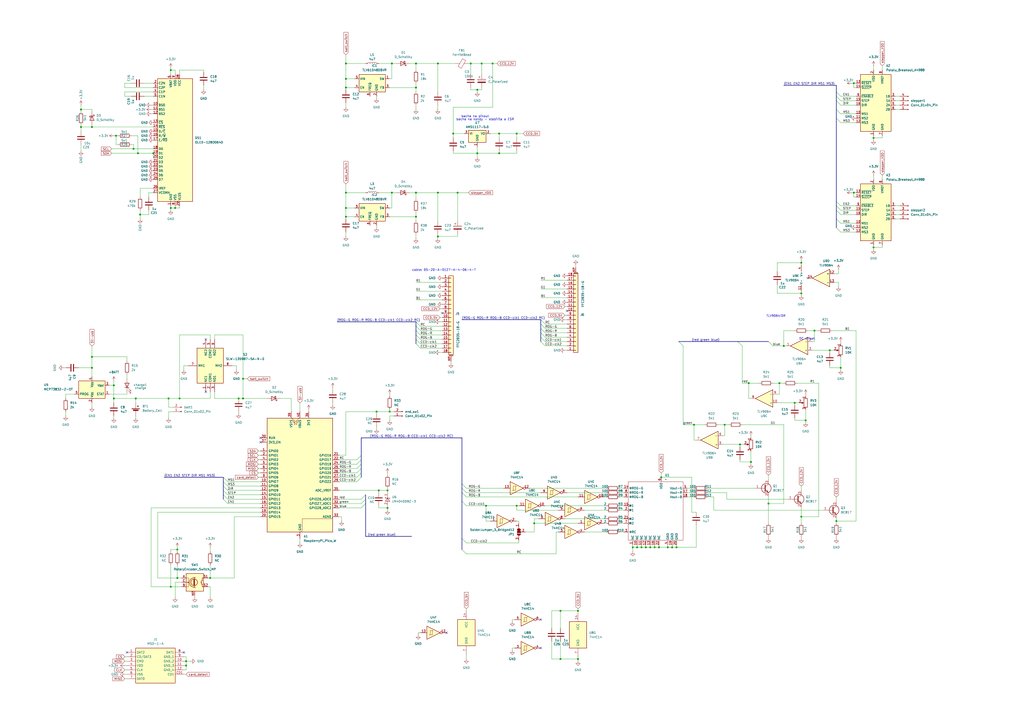
<source format=kicad_sch>
(kicad_sch (version 20250114) (generator "eeschema") (generator_version "9.0")
  (paper "A2")
  (text "cable: 05-20-A-0127-A-4-06-4-T" (at 257.556 156.718 0) (effects (font (size 1.27 1.27))))
  (text "bacha na kondy - stabilita a ESR" (at 281.432 69.342 0) (effects (font (size 1.27 1.27))))
  (text "bacha na pinout\n" (at 275.59 67.564 0) (effects (font (size 1.27 1.27))))
  (text "TLV9064IDR\n" (at 450.088 183.388 0) (effects (font (size 1.27 1.27))))
  (text "DC offset\n" (at 468.122 196.596 0) (effects (font (size 1.27 1.27))))
  (junction (at 464.82 299.72))
  (junction (at 99.06 120.65))
  (junction (at 97.79 231.14))
  (junction (at 392.43 317.5))
  (junction (at 335.28 354.33))
  (junction (at 219.71 284.48))
  (junction (at 289.56 77.47))
  (junction (at 200.66 111.76))
  (junction (at 99.06 40.64))
  (junction (at 140.97 231.14))
  (junction (at 495.3 48.26))
  (junction (at 104.14 231.14))
  (junction (at 102.87 335.28))
  (junction (at 78.74 231.14))
  (junction (at 254 36.83))
  (junction (at 485.14 302.26))
  (junction (at 254 111.76))
  (junction (at 67.31 78.74))
  (junction (at 420.37 246.38))
  (junction (at 276.86 52.07))
  (junction (at 241.3 111.76))
  (junction (at 254 137.16))
  (junction (at 81.28 124.46))
  (junction (at 218.44 238.76))
  (junction (at 107.95 386.08))
  (junction (at 46.99 73.66))
  (junction (at 299.72 293.37))
  (junction (at 53.34 73.66))
  (junction (at 372.11 317.5))
  (junction (at 382.27 317.5))
  (junction (at 299.72 77.47))
  (junction (at 265.43 111.76))
  (junction (at 200.66 50.8))
  (junction (at 495.3 111.76))
  (junction (at 107.95 383.54))
  (junction (at 467.36 243.84))
  (junction (at 227.33 36.83))
  (junction (at 121.92 335.28))
  (junction (at 200.66 36.83))
  (junction (at 464.82 170.18))
  (junction (at 367.03 317.5))
  (junction (at 285.75 36.83))
  (junction (at 434.34 222.25))
  (junction (at 53.34 213.36))
  (junction (at 138.43 231.14))
  (junction (at 241.3 125.73))
  (junction (at 506.73 80.01))
  (junction (at 389.89 317.5))
  (junction (at 102.87 318.77))
  (junction (at 464.82 152.4))
  (junction (at 445.77 292.1))
  (junction (at 369.57 317.5))
  (junction (at 224.79 284.48))
  (junction (at 227.33 111.76))
  (junction (at 66.04 231.14))
  (junction (at 241.3 36.83))
  (junction (at 200.66 125.73))
  (junction (at 279.4 36.83))
  (junction (at 200.66 120.65))
  (junction (at 88.9 88.9))
  (junction (at 140.97 219.71))
  (junction (at 289.56 88.9))
  (junction (at 309.88 303.53))
  (junction (at 452.12 222.25))
  (junction (at 276.86 88.9))
  (junction (at 325.12 354.33))
  (junction (at 241.3 50.8))
  (junction (at 46.99 63.5))
  (junction (at 472.44 191.77))
  (junction (at 387.35 317.5))
  (junction (at 224.79 294.64))
  (junction (at 377.19 317.5))
  (junction (at 379.73 317.5))
  (junction (at 506.73 143.51))
  (junction (at 200.66 45.72))
  (junction (at 374.65 317.5))
  (junction (at 402.59 246.38))
  (junction (at 226.06 238.76))
  (junction (at 77.47 86.36))
  (junction (at 461.01 233.68))
  (junction (at 66.04 223.52))
  (junction (at 383.54 276.86))
  (junction (at 53.34 207.01))
  (junction (at 99.06 340.36))
  (junction (at 435.61 267.97))
  (junction (at 262.89 77.47))
  (junction (at 335.28 382.27))
  (junction (at 454.66 200.66))
  (junction (at 101.6 120.65))
  (junction (at 325.12 382.27))
  (junction (at 80.01 88.9))
  (junction (at 429.26 257.81))
  (junction (at 481.33 203.2))
  (junction (at 281.94 293.37))
  (junction (at 273.05 36.83))
  (junction (at 487.68 213.36))
  (no_connect (at 119.38 196.85))
  (no_connect (at 73.66 378.46))
  (no_connect (at 106.68 378.46))
  (no_connect (at 313.69 359.41))
  (no_connect (at 119.38 227.33))
  (no_connect (at 151.13 254))
  (no_connect (at 259.08 367.03))
  (no_connect (at 328.93 180.34))
  (no_connect (at 313.69 375.92))
  (no_connect (at 151.13 256.54))
  (no_connect (at 256.54 181.61))
  (no_connect (at 468.63 161.29))
  (bus_entry (at 485.14 132.08) (size 2.54 2.54))
  (bus_entry (at 445.77 198.12) (size 2.54 2.54))
  (bus_entry (at 207.01 269.24) (size 2.54 -2.54))
  (bus_entry (at 241.3 194.31) (size 2.54 2.54))
  (bus_entry (at 241.3 191.77) (size 2.54 2.54))
  (bus_entry (at 241.3 199.39) (size 2.54 2.54))
  (bus_entry (at 209.55 264.16) (size -2.54 2.54))
  (bus_entry (at 267.97 283.21) (size 2.54 2.54))
  (bus_entry (at 485.14 58.42) (size 2.54 2.54))
  (bus_entry (at 209.55 274.32) (size -2.54 2.54))
  (bus_entry (at 485.14 119.38) (size 2.54 2.54))
  (bus_entry (at 313.69 198.12) (size 2.54 2.54))
  (bus_entry (at 393.7 198.12) (size 2.54 2.54))
  (bus_entry (at 212.09 292.1) (size -2.54 2.54))
  (bus_entry (at 485.14 55.88) (size 2.54 2.54))
  (bus_entry (at 313.69 185.42) (size 2.54 2.54))
  (bus_entry (at 485.14 121.92) (size 2.54 2.54))
  (bus_entry (at 485.14 53.34) (size 2.54 2.54))
  (bus_entry (at 241.3 186.69) (size 2.54 2.54))
  (bus_entry (at 313.69 187.96) (size 2.54 2.54))
  (bus_entry (at 267.97 312.42) (size 2.54 2.54))
  (bus_entry (at 212.09 289.56) (size -2.54 2.54))
  (bus_entry (at 267.97 280.67) (size 2.54 2.54))
  (bus_entry (at 485.14 63.5) (size 2.54 2.54))
  (bus_entry (at 207.01 274.32) (size 2.54 -2.54))
  (bus_entry (at 313.69 193.04) (size 2.54 2.54))
  (bus_entry (at 313.69 190.5) (size 2.54 2.54))
  (bus_entry (at 241.3 189.23) (size 2.54 2.54))
  (bus_entry (at 129.54 279.4) (size 2.54 2.54))
  (bus_entry (at 427.99 198.12) (size 2.54 2.54))
  (bus_entry (at 485.14 127) (size 2.54 2.54))
  (bus_entry (at 267.97 285.75) (size 2.54 2.54))
  (bus_entry (at 129.54 287.02) (size 2.54 2.54))
  (bus_entry (at 267.97 318.77) (size 2.54 2.54))
  (bus_entry (at 129.54 276.86) (size 2.54 2.54))
  (bus_entry (at 129.54 284.48) (size 2.54 2.54))
  (bus_entry (at 485.14 68.58) (size 2.54 2.54))
  (bus_entry (at 129.54 289.56) (size 2.54 2.54))
  (bus_entry (at 313.69 195.58) (size 2.54 2.54))
  (bus_entry (at 212.09 287.02) (size -2.54 2.54))
  (bus_entry (at 485.14 116.84) (size 2.54 2.54))
  (bus_entry (at 207.01 271.78) (size 2.54 -2.54))
  (bus_entry (at 267.97 290.83) (size 2.54 2.54))
  (bus_entry (at 209.55 276.86) (size -2.54 2.54))
  (bus_entry (at 129.54 281.94) (size 2.54 2.54))
  (bus_entry (at 241.3 196.85) (size 2.54 2.54))
  (wire (pts (xy 474.98 222.25) (xy 474.98 299.72)))
  (wire (pts (xy 322.58 308.61) (xy 323.85 308.61)))
  (wire (pts (xy 200.66 59.69) (xy 200.66 62.23)))
  (wire (pts (xy 359.41 285.75) (xy 361.95 285.75)))
  (wire (pts (xy 196.85 271.78) (xy 207.01 271.78)))
  (wire (pts (xy 241.3 168.91) (xy 256.54 168.91)))
  (wire (pts (xy 316.23 190.5) (xy 328.93 190.5)))
  (wire (pts (xy 241.3 135.89) (xy 241.3 138.43)))
  (wire (pts (xy 46.99 63.5) (xy 46.99 60.96)))
  (wire (pts (xy 316.23 198.12) (xy 328.93 198.12)))
  (wire (pts (xy 140.97 231.14) (xy 154.94 231.14)))
  (wire (pts (xy 285.75 62.23) (xy 285.75 36.83)))
  (wire (pts (xy 457.2 289.56) (xy 421.64 289.56)))
  (wire (pts (xy 101.6 337.82) (xy 101.6 346.71)))
  (wire (pts (xy 402.59 285.75) (xy 398.78 285.75)))
  (wire (pts (xy 420.37 252.73) (xy 420.37 246.38)))
  (wire (pts (xy 511.81 142.24) (xy 511.81 143.51)))
  (wire (pts (xy 78.74 241.3) (xy 78.74 242.57)))
  (wire (pts (xy 140.97 219.71) (xy 140.97 231.14)))
  (wire (pts (xy 297.18 359.41) (xy 297.18 360.68)))
  (wire (pts (xy 140.97 219.71) (xy 143.51 219.71)))
  (wire (pts (xy 106.68 383.54) (xy 107.95 383.54)))
  (wire (pts (xy 72.39 383.54) (xy 73.66 383.54)))
  (wire (pts (xy 307.34 283.21) (xy 351.79 283.21)))
  (wire (pts (xy 334.01 153.67) (xy 334.01 154.94)))
  (wire (pts (xy 53.34 207.01) (xy 53.34 213.36)))
  (wire (pts (xy 309.88 303.53) (xy 309.88 300.99)))
  (wire (pts (xy 464.82 171.45) (xy 464.82 170.18)))
  (bus (pts (xy 129.54 276.86) (xy 95.25 276.86)))
  (wire (pts (xy 66.04 223.52) (xy 66.04 231.14)))
  (wire (pts (xy 521.97 58.42) (xy 519.43 58.42)))
  (wire (pts (xy 299.72 77.47) (xy 303.53 77.47)))
  (wire (pts (xy 53.34 73.66) (xy 46.99 73.66)))
  (wire (pts (xy 87.63 294.64) (xy 151.13 294.64)))
  (wire (pts (xy 78.74 231.14) (xy 66.04 231.14)))
  (wire (pts (xy 434.34 222.25) (xy 434.34 231.14)))
  (wire (pts (xy 77.47 86.36) (xy 88.9 86.36)))
  (wire (pts (xy 270.51 314.96) (xy 300.99 314.96)))
  (wire (pts (xy 419.1 252.73) (xy 420.37 252.73)))
  (wire (pts (xy 445.77 292.1) (xy 445.77 288.29)))
  (wire (pts (xy 53.34 236.22) (xy 53.34 233.68)))
  (wire (pts (xy 102.87 335.28) (xy 105.41 335.28)))
  (bus (pts (xy 267.97 283.21) (xy 267.97 285.75)))
  (wire (pts (xy 254 53.34) (xy 254 36.83)))
  (wire (pts (xy 218.44 248.92) (xy 218.44 247.65)))
  (wire (pts (xy 241.3 125.73) (xy 241.3 128.27)))
  (wire (pts (xy 392.43 317.5) (xy 392.43 316.23)))
  (wire (pts (xy 224.79 284.48) (xy 224.79 285.75)))
  (wire (pts (xy 132.08 284.48) (xy 151.13 284.48)))
  (wire (pts (xy 506.73 38.1) (xy 506.73 40.64)))
  (wire (pts (xy 124.46 231.14) (xy 138.43 231.14)))
  (bus (pts (xy 209.55 271.78) (xy 209.55 274.32)))
  (wire (pts (xy 383.54 274.32) (xy 383.54 276.86)))
  (wire (pts (xy 73.66 207.01) (xy 73.66 209.55)))
  (wire (pts (xy 200.66 120.65) (xy 200.66 125.73)))
  (bus (pts (xy 485.14 55.88) (xy 485.14 58.42)))
  (wire (pts (xy 265.43 111.76) (xy 265.43 128.27)))
  (wire (pts (xy 121.92 196.85) (xy 121.92 194.31)))
  (wire (pts (xy 243.84 196.85) (xy 256.54 196.85)))
  (wire (pts (xy 91.44 335.28) (xy 91.44 297.18)))
  (wire (pts (xy 91.44 297.18) (xy 151.13 297.18)))
  (wire (pts (xy 46.99 83.82) (xy 46.99 87.63)))
  (wire (pts (xy 101.6 120.65) (xy 104.14 120.65)))
  (wire (pts (xy 87.63 63.5) (xy 88.9 63.5)))
  (wire (pts (xy 121.92 335.28) (xy 120.65 335.28)))
  (wire (pts (xy 495.3 111.76) (xy 495.3 114.3)))
  (wire (pts (xy 387.35 316.23) (xy 387.35 317.5)))
  (wire (pts (xy 198.12 299.72) (xy 198.12 302.26)))
  (wire (pts (xy 241.3 50.8) (xy 241.3 53.34)))
  (wire (pts (xy 149.86 271.78) (xy 151.13 271.78)))
  (wire (pts (xy 270.51 353.06) (xy 270.51 354.33)))
  (wire (pts (xy 496.57 191.77) (xy 482.6 191.77)))
  (wire (pts (xy 396.24 246.38) (xy 402.59 246.38)))
  (wire (pts (xy 270.51 283.21) (xy 292.1 283.21)))
  (wire (pts (xy 304.8 308.61) (xy 309.88 308.61)))
  (wire (pts (xy 281.94 302.26) (xy 281.94 293.37)))
  (wire (pts (xy 200.66 125.73) (xy 205.74 125.73)))
  (wire (pts (xy 97.79 236.22) (xy 97.79 231.14)))
  (wire (pts (xy 472.44 191.77) (xy 468.63 191.77)))
  (bus (pts (xy 267.97 254) (xy 267.97 280.67)))
  (wire (pts (xy 464.82 303.53) (xy 464.82 299.72)))
  (wire (pts (xy 414.02 295.91) (xy 414.02 288.29)))
  (bus (pts (xy 209.55 264.16) (xy 209.55 266.7)))
  (wire (pts (xy 379.73 316.23) (xy 379.73 317.5)))
  (wire (pts (xy 104.14 194.31) (xy 104.14 231.14)))
  (wire (pts (xy 226.06 120.65) (xy 227.33 120.65)))
  (wire (pts (xy 464.82 151.13) (xy 464.82 152.4)))
  (wire (pts (xy 487.68 129.54) (xy 496.57 129.54)))
  (wire (pts (xy 325.12 372.11) (xy 325.12 382.27)))
  (wire (pts (xy 421.64 285.75) (xy 410.21 285.75)))
  (wire (pts (xy 420.37 246.38) (xy 422.91 246.38)))
  (wire (pts (xy 445.77 275.59) (xy 445.77 278.13)))
  (wire (pts (xy 241.3 111.76) (xy 241.3 115.57)))
  (wire (pts (xy 168.91 231.14) (xy 168.91 238.76)))
  (wire (pts (xy 99.06 40.64) (xy 99.06 43.18)))
  (wire (pts (xy 99.06 340.36) (xy 87.63 340.36)))
  (wire (pts (xy 440.69 222.25) (xy 434.34 222.25)))
  (wire (pts (xy 485.14 288.29) (xy 485.14 290.83)))
  (wire (pts (xy 196.85 299.72) (xy 198.12 299.72)))
  (wire (pts (xy 219.71 285.75) (xy 219.71 284.48)))
  (wire (pts (xy 445.77 312.42) (xy 445.77 311.15)))
  (wire (pts (xy 435.61 261.62) (xy 435.61 267.97)))
  (wire (pts (xy 262.89 87.63) (xy 262.89 88.9)))
  (wire (pts (xy 134.62 212.09) (xy 137.16 212.09)))
  (wire (pts (xy 105.41 337.82) (xy 101.6 337.82)))
  (wire (pts (xy 430.53 222.25) (xy 434.34 222.25)))
  (bus (pts (xy 485.14 53.34) (xy 485.14 55.88)))
  (wire (pts (xy 431.8 257.81) (xy 429.26 257.81)))
  (wire (pts (xy 472.44 191.77) (xy 474.98 191.77)))
  (wire (pts (xy 454.66 292.1) (xy 454.66 246.38)))
  (wire (pts (xy 101.6 40.64) (xy 99.06 40.64)))
  (wire (pts (xy 196.85 289.56) (xy 209.55 289.56)))
  (wire (pts (xy 76.2 83.82) (xy 77.47 83.82)))
  (wire (pts (xy 316.23 187.96) (xy 328.93 187.96)))
  (wire (pts (xy 120.65 340.36) (xy 121.92 340.36)))
  (wire (pts (xy 72.39 50.8) (xy 72.39 48.26)))
  (wire (pts (xy 140.97 194.31) (xy 140.97 219.71)))
  (wire (pts (xy 262.89 88.9) (xy 276.86 88.9)))
  (wire (pts (xy 241.3 36.83) (xy 241.3 40.64)))
  (wire (pts (xy 276.86 85.09) (xy 276.86 88.9)))
  (wire (pts (xy 402.59 288.29) (xy 398.78 288.29)))
  (wire (pts (xy 173.99 233.68) (xy 173.99 238.76)))
  (bus (pts (xy 241.3 196.85) (xy 241.3 199.39)))
  (wire (pts (xy 237.49 36.83) (xy 241.3 36.83)))
  (wire (pts (xy 450.85 233.68) (xy 461.01 233.68)))
  (wire (pts (xy 219.71 111.76) (xy 227.33 111.76)))
  (wire (pts (xy 339.09 295.91) (xy 351.79 295.91)))
  (wire (pts (xy 86.36 111.76) (xy 88.9 111.76)))
  (wire (pts (xy 403.86 317.5) (xy 392.43 317.5)))
  (wire (pts (xy 73.66 227.33) (xy 73.66 228.6)))
  (wire (pts (xy 46.99 72.39) (xy 46.99 73.66)))
  (wire (pts (xy 454.66 200.66) (xy 455.93 200.66)))
  (wire (pts (xy 99.06 340.36) (xy 99.06 327.66)))
  (wire (pts (xy 66.04 223.52) (xy 63.5 223.52)))
  (wire (pts (xy 254 111.76) (xy 241.3 111.76)))
  (wire (pts (xy 45.72 213.36) (xy 53.34 213.36)))
  (wire (pts (xy 226.06 237.49) (xy 226.06 238.76)))
  (wire (pts (xy 63.5 228.6) (xy 73.66 228.6)))
  (wire (pts (xy 72.39 55.88) (xy 76.2 55.88)))
  (wire (pts (xy 316.23 293.37) (xy 351.79 293.37)))
  (bus (pts (xy 393.7 198.12) (xy 427.99 198.12)))
  (wire (pts (xy 99.06 121.92) (xy 99.06 120.65)))
  (wire (pts (xy 279.4 50.8) (xy 279.4 52.07)))
  (bus (pts (xy 209.55 269.24) (xy 209.55 271.78)))
  (wire (pts (xy 87.63 66.04) (xy 88.9 66.04)))
  (wire (pts (xy 521.97 55.88) (xy 519.43 55.88)))
  (wire (pts (xy 243.84 194.31) (xy 256.54 194.31)))
  (wire (pts (xy 521.97 127) (xy 519.43 127)))
  (wire (pts (xy 53.34 213.36) (xy 53.34 218.44)))
  (wire (pts (xy 511.81 101.6) (xy 511.81 104.14)))
  (wire (pts (xy 66.04 220.98) (xy 66.04 223.52)))
  (wire (pts (xy 200.66 36.83) (xy 200.66 45.72)))
  (wire (pts (xy 450.85 152.4) (xy 464.82 152.4)))
  (wire (pts (xy 382.27 316.23) (xy 382.27 317.5)))
  (wire (pts (xy 481.33 212.09) (xy 481.33 213.36)))
  (wire (pts (xy 241.3 123.19) (xy 241.3 125.73)))
  (bus (pts (xy 129.54 287.02) (xy 129.54 289.56)))
  (wire (pts (xy 335.28 381) (xy 335.28 382.27)))
  (wire (pts (xy 487.68 71.12) (xy 496.57 71.12)))
  (wire (pts (xy 87.63 60.96) (xy 88.9 60.96)))
  (wire (pts (xy 403.86 304.8) (xy 403.86 317.5)))
  (wire (pts (xy 72.39 388.62) (xy 73.66 388.62)))
  (wire (pts (xy 279.4 36.83) (xy 285.75 36.83)))
  (wire (pts (xy 88.9 50.8) (xy 72.39 50.8)))
  (wire (pts (xy 472.44 198.12) (xy 472.44 191.77)))
  (wire (pts (xy 359.41 293.37) (xy 361.95 293.37)))
  (wire (pts (xy 227.33 111.76) (xy 229.87 111.76)))
  (wire (pts (xy 435.61 267.97) (xy 429.26 267.97)))
  (bus (pts (xy 485.14 116.84) (xy 485.14 119.38)))
  (bus (pts (xy 454.66 49.53) (xy 485.14 49.53)))
  (wire (pts (xy 289.56 87.63) (xy 289.56 88.9)))
  (wire (pts (xy 99.06 320.04) (xy 99.06 318.77)))
  (wire (pts (xy 327.66 177.8) (xy 328.93 177.8)))
  (wire (pts (xy 367.03 316.23) (xy 367.03 317.5)))
  (wire (pts (xy 486.41 166.37) (xy 486.41 163.83)))
  (wire (pts (xy 496.57 114.3) (xy 495.3 114.3)))
  (wire (pts (xy 486.41 156.21) (xy 486.41 158.75)))
  (wire (pts (xy 273.05 43.18) (xy 273.05 36.83)))
  (wire (pts (xy 299.72 88.9) (xy 299.72 87.63)))
  (wire (pts (xy 121.92 340.36) (xy 121.92 346.71)))
  (wire (pts (xy 227.33 36.83) (xy 229.87 36.83)))
  (wire (pts (xy 300.99 302.26) (xy 300.99 303.53)))
  (wire (pts (xy 464.82 312.42) (xy 464.82 311.15)))
  (wire (pts (xy 219.71 294.64) (xy 224.79 294.64)))
  (wire (pts (xy 255.27 179.07) (xy 256.54 179.07)))
  (wire (pts (xy 374.65 316.23) (xy 374.65 317.5)))
  (wire (pts (xy 462.28 222.25) (xy 474.98 222.25)))
  (bus (pts (xy 129.54 279.4) (xy 129.54 281.94)))
  (wire (pts (xy 471.17 198.12) (xy 472.44 198.12)))
  (wire (pts (xy 200.66 31.75) (xy 200.66 36.83)))
  (wire (pts (xy 83.82 48.26) (xy 88.9 48.26)))
  (wire (pts (xy 81.28 109.22) (xy 88.9 109.22)))
  (wire (pts (xy 487.68 213.36) (xy 487.68 214.63)))
  (wire (pts (xy 219.71 293.37) (xy 219.71 294.64)))
  (wire (pts (xy 99.06 39.37) (xy 99.06 40.64)))
  (wire (pts (xy 200.66 45.72) (xy 200.66 50.8)))
  (bus (pts (xy 267.97 185.42) (xy 313.69 185.42)))
  (wire (pts (xy 487.68 119.38) (xy 496.57 119.38)))
  (wire (pts (xy 377.19 317.5) (xy 379.73 317.5)))
  (bus (pts (xy 212.09 289.56) (xy 212.09 292.1)))
  (wire (pts (xy 270.51 288.29) (xy 335.28 288.29)))
  (wire (pts (xy 53.34 73.66) (xy 88.9 73.66)))
  (wire (pts (xy 106.68 381) (xy 107.95 381)))
  (wire (pts (xy 101.6 43.18) (xy 101.6 40.64)))
  (wire (pts (xy 270.51 321.31) (xy 322.58 321.31)))
  (wire (pts (xy 316.23 193.04) (xy 328.93 193.04)))
  (wire (pts (xy 359.41 308.61) (xy 361.95 308.61)))
  (wire (pts (xy 521.97 121.92) (xy 519.43 121.92)))
  (wire (pts (xy 100.33 236.22) (xy 97.79 236.22)))
  (wire (pts (xy 521.97 63.5) (xy 519.43 63.5)))
  (wire (pts (xy 228.6 238.76) (xy 226.06 238.76)))
  (wire (pts (xy 140.97 194.31) (xy 124.46 194.31)))
  (bus (pts (xy 212.09 287.02) (xy 212.09 289.56)))
  (wire (pts (xy 53.34 63.5) (xy 53.34 64.77)))
  (wire (pts (xy 81.28 124.46) (xy 86.36 124.46)))
  (wire (pts (xy 102.87 335.28) (xy 91.44 335.28)))
  (wire (pts (xy 297.18 375.92) (xy 298.45 375.92)))
  (wire (pts (xy 410.21 283.21) (xy 438.15 283.21)))
  (bus (pts (xy 241.3 186.69) (xy 241.3 189.23)))
  (wire (pts (xy 270.51 293.37) (xy 281.94 293.37)))
  (wire (pts (xy 101.6 119.38) (xy 101.6 120.65)))
  (wire (pts (xy 241.3 163.83) (xy 256.54 163.83)))
  (wire (pts (xy 102.87 318.77) (xy 102.87 320.04)))
  (wire (pts (xy 467.36 228.6) (xy 467.36 229.87)))
  (bus (pts (xy 209.55 266.7) (xy 209.55 269.24)))
  (wire (pts (xy 218.44 238.76) (xy 226.06 238.76)))
  (wire (pts (xy 299.72 293.37) (xy 300.99 293.37)))
  (wire (pts (xy 382.27 317.5) (xy 387.35 317.5)))
  (wire (pts (xy 241.3 48.26) (xy 241.3 50.8)))
  (wire (pts (xy 521.97 124.46) (xy 519.43 124.46)))
  (wire (pts (xy 76.2 78.74) (xy 80.01 78.74)))
  (wire (pts (xy 255.27 204.47) (xy 256.54 204.47)))
  (wire (pts (xy 53.34 200.66) (xy 53.34 207.01)))
  (wire (pts (xy 402.59 246.38) (xy 402.59 255.27)))
  (wire (pts (xy 72.39 386.08) (xy 73.66 386.08)))
  (wire (pts (xy 374.65 317.5) (xy 377.19 317.5)))
  (bus (pts (xy 313.69 187.96) (xy 313.69 190.5)))
  (wire (pts (xy 448.31 200.66) (xy 454.66 200.66)))
  (wire (pts (xy 255.27 184.15) (xy 256.54 184.15)))
  (wire (pts (xy 254 36.83) (xy 264.16 36.83)))
  (wire (pts (xy 316.23 200.66) (xy 328.93 200.66)))
  (bus (pts (xy 129.54 276.86) (xy 129.54 279.4)))
  (wire (pts (xy 450.85 165.1) (xy 450.85 170.18)))
  (wire (pts (xy 269.24 77.47) (xy 262.89 77.47)))
  (wire (pts (xy 430.53 200.66) (xy 430.53 222.25)))
  (wire (pts (xy 450.85 157.48) (xy 450.85 152.4)))
  (wire (pts (xy 450.85 170.18) (xy 464.82 170.18)))
  (bus (pts (xy 241.3 189.23) (xy 241.3 191.77)))
  (wire (pts (xy 254 135.89) (xy 254 137.16)))
  (wire (pts (xy 335.28 354.33) (xy 335.28 355.6)))
  (wire (pts (xy 162.56 231.14) (xy 168.91 231.14)))
  (wire (pts (xy 78.74 231.14) (xy 78.74 233.68)))
  (wire (pts (xy 369.57 317.5) (xy 372.11 317.5)))
  (wire (pts (xy 196.85 269.24) (xy 207.01 269.24)))
  (wire (pts (xy 323.85 295.91) (xy 299.72 295.91)))
  (wire (pts (xy 86.36 114.3) (xy 86.36 111.76)))
  (wire (pts (xy 262.89 77.47) (xy 262.89 80.01)))
  (bus (pts (xy 313.69 193.04) (xy 313.69 195.58)))
  (wire (pts (xy 104.14 40.64) (xy 104.14 43.18)))
  (wire (pts (xy 254 111.76) (xy 265.43 111.76)))
  (wire (pts (xy 137.16 212.09) (xy 137.16 214.63)))
  (wire (pts (xy 481.33 203.2) (xy 481.33 204.47)))
  (wire (pts (xy 196.85 266.7) (xy 207.01 266.7)))
  (wire (pts (xy 106.68 212.09) (xy 109.22 212.09)))
  (wire (pts (xy 132.08 287.02) (xy 151.13 287.02)))
  (wire (pts (xy 242.57 368.3) (xy 242.57 367.03)))
  (wire (pts (xy 149.86 276.86) (xy 151.13 276.86)))
  (wire (pts (xy 320.04 364.49) (xy 320.04 354.33)))
  (wire (pts (xy 477.52 295.91) (xy 414.02 295.91)))
  (wire (pts (xy 226.06 45.72) (xy 227.33 45.72)))
  (wire (pts (xy 88.9 53.34) (xy 72.39 53.34)))
  (wire (pts (xy 487.68 207.01) (xy 487.68 213.36)))
  (wire (pts (xy 179.07 237.49) (xy 179.07 238.76)))
  (wire (pts (xy 445.77 303.53) (xy 445.77 292.1)))
  (wire (pts (xy 487.68 198.12) (xy 487.68 199.39)))
  (wire (pts (xy 369.57 316.23) (xy 369.57 317.5)))
  (wire (pts (xy 495.3 48.26) (xy 495.3 50.8)))
  (wire (pts (xy 38.1 241.3) (xy 38.1 238.76)))
  (bus (pts (xy 129.54 284.48) (xy 129.54 287.02)))
  (wire (pts (xy 265.43 137.16) (xy 254 137.16)))
  (wire (pts (xy 262.89 62.23) (xy 285.75 62.23)))
  (wire (pts (xy 83.82 55.88) (xy 88.9 55.88)))
  (wire (pts (xy 36.83 213.36) (xy 38.1 213.36)))
  (wire (pts (xy 226.06 241.3) (xy 226.06 243.84)))
  (bus (pts (xy 427.99 198.12) (xy 445.77 198.12)))
  (wire (pts (xy 372.11 317.5) (xy 374.65 317.5)))
  (wire (pts (xy 243.84 201.93) (xy 256.54 201.93)))
  (wire (pts (xy 218.44 238.76) (xy 218.44 240.03)))
  (wire (pts (xy 132.08 281.94) (xy 151.13 281.94)))
  (wire (pts (xy 389.89 317.5) (xy 392.43 317.5)))
  (wire (pts (xy 276.86 88.9) (xy 289.56 88.9)))
  (wire (pts (xy 298.45 359.41) (xy 297.18 359.41)))
  (wire (pts (xy 106.68 214.63) (xy 106.68 212.09)))
  (wire (pts (xy 66.04 231.14) (xy 66.04 233.68)))
  (wire (pts (xy 53.34 207.01) (xy 73.66 207.01)))
  (wire (pts (xy 486.41 158.75) (xy 483.87 158.75)))
  (wire (pts (xy 485.14 303.53) (xy 485.14 302.26)))
  (wire (pts (xy 377.19 316.23) (xy 377.19 317.5)))
  (wire (pts (xy 487.68 60.96) (xy 496.57 60.96)))
  (wire (pts (xy 299.72 295.91) (xy 299.72 293.37)))
  (wire (pts (xy 64.77 88.9) (xy 80.01 88.9)))
  (wire (pts (xy 463.55 233.68) (xy 461.01 233.68)))
  (wire (pts (xy 73.66 217.17) (xy 73.66 219.71)))
  (wire (pts (xy 224.79 274.32) (xy 224.79 275.59)))
  (wire (pts (xy 135.89 335.28) (xy 121.92 335.28)))
  (wire (pts (xy 53.34 72.39) (xy 53.34 73.66)))
  (wire (pts (xy 107.95 386.08) (xy 107.95 388.62)))
  (wire (pts (xy 297.18 377.19) (xy 297.18 375.92)))
  (wire (pts (xy 506.73 101.6) (xy 506.73 104.14)))
  (wire (pts (xy 276.86 88.9) (xy 276.86 91.44)))
  (wire (pts (xy 200.66 106.68) (xy 200.66 111.76)))
  (wire (pts (xy 487.68 58.42) (xy 496.57 58.42)))
  (wire (pts (xy 151.13 299.72) (xy 135.89 299.72)))
  (bus (pts (xy 267.97 312.42) (xy 267.97 318.77)))
  (wire (pts (xy 68.58 83.82) (xy 67.31 83.82)))
  (wire (pts (xy 107.95 383.54) (xy 110.49 383.54)))
  (wire (pts (xy 461.01 233.68) (xy 461.01 234.95)))
  (wire (pts (xy 396.24 200.66) (xy 396.24 246.38)))
  (wire (pts (xy 254 36.83) (xy 241.3 36.83)))
  (wire (pts (xy 320.04 382.27) (xy 325.12 382.27)))
  (wire (pts (xy 107.95 381) (xy 107.95 383.54)))
  (wire (pts (xy 100.33 238.76) (xy 97.79 238.76)))
  (wire (pts (xy 487.68 124.46) (xy 496.57 124.46)))
  (wire (pts (xy 241.3 173.99) (xy 256.54 173.99)))
  (wire (pts (xy 124.46 194.31) (xy 124.46 196.85)))
  (wire (pts (xy 226.06 125.73) (xy 241.3 125.73)))
  (wire (pts (xy 254 60.96) (xy 254 63.5)))
  (wire (pts (xy 226.06 50.8) (xy 241.3 50.8)))
  (wire (pts (xy 402.59 255.27) (xy 403.86 255.27)))
  (wire (pts (xy 461.01 242.57) (xy 461.01 243.84)))
  (wire (pts (xy 149.86 274.32) (xy 151.13 274.32)))
  (wire (pts (xy 313.69 172.72) (xy 328.93 172.72)))
  (wire (pts (xy 359.41 295.91) (xy 361.95 295.91)))
  (bus (pts (xy 209.55 254) (xy 267.97 254)))
  (wire (pts (xy 483.87 203.2) (xy 481.33 203.2)))
  (wire (pts (xy 196.85 276.86) (xy 207.01 276.86)))
  (wire (pts (xy 521.97 119.38) (xy 519.43 119.38)))
  (wire (pts (xy 254 137.16) (xy 254 138.43)))
  (bus (pts (xy 209.55 274.32) (xy 209.55 276.86)))
  (bus (pts (xy 485.14 127) (xy 485.14 132.08)))
  (wire (pts (xy 401.32 297.18) (xy 401.32 276.86)))
  (wire (pts (xy 196.85 264.16) (xy 200.66 264.16)))
  (wire (pts (xy 289.56 77.47) (xy 299.72 77.47)))
  (wire (pts (xy 104.14 231.14) (xy 121.92 231.14)))
  (wire (pts (xy 101.6 120.65) (xy 99.06 120.65)))
  (wire (pts (xy 339.09 308.61) (xy 351.79 308.61)))
  (wire (pts (xy 273.05 36.83) (xy 271.78 36.83)))
  (wire (pts (xy 285.75 36.83) (xy 288.29 36.83)))
  (wire (pts (xy 325.12 354.33) (xy 335.28 354.33)))
  (wire (pts (xy 289.56 77.47) (xy 289.56 80.01)))
  (wire (pts (xy 87.63 340.36) (xy 87.63 294.64)))
  (bus (pts (xy 313.69 185.42) (xy 313.69 187.96)))
  (wire (pts (xy 132.08 292.1) (xy 151.13 292.1)))
  (wire (pts (xy 72.39 48.26) (xy 76.2 48.26)))
  (wire (pts (xy 289.56 88.9) (xy 299.72 88.9)))
  (wire (pts (xy 421.64 289.56) (xy 421.64 285.75)))
  (wire (pts (xy 193.04 224.79) (xy 193.04 226.06)))
  (bus (pts (xy 241.3 194.31) (xy 241.3 196.85)))
  (wire (pts (xy 486.41 163.83) (xy 483.87 163.83)))
  (wire (pts (xy 506.73 80.01) (xy 511.81 80.01)))
  (wire (pts (xy 284.48 77.47) (xy 289.56 77.47)))
  (wire (pts (xy 506.73 143.51) (xy 506.73 144.78)))
  (wire (pts (xy 506.73 80.01) (xy 506.73 81.28)))
  (wire (pts (xy 452.12 222.25) (xy 448.31 222.25)))
  (wire (pts (xy 86.36 121.92) (xy 86.36 124.46)))
  (wire (pts (xy 242.57 367.03) (xy 243.84 367.03)))
  (wire (pts (xy 270.51 285.75) (xy 313.69 285.75)))
  (wire (pts (xy 325.12 382.27) (xy 335.28 382.27)))
  (wire (pts (xy 132.08 289.56) (xy 151.13 289.56)))
  (wire (pts (xy 200.66 111.76) (xy 200.66 120.65)))
  (wire (pts (xy 467.36 243.84) (xy 467.36 245.11)))
  (wire (pts (xy 452.12 228.6) (xy 452.12 222.25)))
  (wire (pts (xy 218.44 57.15) (xy 218.44 55.88)))
  (wire (pts (xy 487.68 66.04) (xy 496.57 66.04)))
  (wire (pts (xy 135.89 299.72) (xy 135.89 335.28)))
  (wire (pts (xy 118.11 40.64) (xy 104.14 40.64)))
  (wire (pts (xy 46.99 73.66) (xy 46.99 76.2)))
  (wire (pts (xy 320.04 354.33) (xy 325.12 354.33)))
  (wire (pts (xy 209.55 294.64) (xy 196.85 294.64)))
  (wire (pts (xy 72.39 381) (xy 73.66 381)))
  (wire (pts (xy 359.41 303.53) (xy 361.95 303.53)))
  (wire (pts (xy 107.95 383.54) (xy 107.95 386.08)))
  (wire (pts (xy 99.06 318.77) (xy 102.87 318.77)))
  (wire (pts (xy 113.03 346.71) (xy 113.03 345.44)))
  (wire (pts (xy 320.04 372.11) (xy 320.04 382.27)))
  (wire (pts (xy 494.03 48.26) (xy 495.3 48.26)))
  (wire (pts (xy 200.66 50.8) (xy 205.74 50.8)))
  (bus (pts (xy 195.58 186.69) (xy 241.3 186.69)))
  (wire (pts (xy 299.72 302.26) (xy 300.99 302.26)))
  (wire (pts (xy 300.99 314.96) (xy 300.99 313.69)))
  (wire (pts (xy 464.82 152.4) (xy 464.82 153.67)))
  (wire (pts (xy 464.82 299.72) (xy 464.82 294.64)))
  (wire (pts (xy 237.49 111.76) (xy 241.3 111.76)))
  (wire (pts (xy 403.86 297.18) (xy 401.32 297.18)))
  (wire (pts (xy 226.06 228.6) (xy 226.06 229.87)))
  (wire (pts (xy 322.58 321.31) (xy 322.58 308.61)))
  (wire (pts (xy 107.95 388.62) (xy 106.68 388.62)))
  (wire (pts (xy 485.14 302.26) (xy 496.57 302.26)))
  (wire (pts (xy 105.41 340.36) (xy 99.06 340.36)))
  (wire (pts (xy 99.06 120.65) (xy 99.06 119.38)))
  (wire (pts (xy 487.68 121.92) (xy 496.57 121.92)))
  (wire (pts (xy 494.03 111.76) (xy 495.3 111.76)))
  (wire (pts (xy 200.66 111.76) (xy 212.09 111.76)))
  (wire (pts (xy 227.33 36.83) (xy 227.33 45.72)))
  (wire (pts (xy 511.81 78.74) (xy 511.81 80.01)))
  (wire (pts (xy 80.01 78.74) (xy 80.01 88.9)))
  (wire (pts (xy 419.1 257.81) (xy 429.26 257.81)))
  (wire (pts (xy 118.11 49.53) (xy 118.11 52.07)))
  (wire (pts (xy 224.79 283.21) (xy 224.79 284.48)))
  (wire (pts (xy 106.68 386.08) (xy 107.95 386.08)))
  (wire (pts (xy 487.68 134.62) (xy 496.57 134.62)))
  (wire (pts (xy 262.89 77.47) (xy 262.89 62.23)))
  (wire (pts (xy 464.82 299.72) (xy 474.98 299.72)))
  (wire (pts (xy 327.66 300.99) (xy 351.79 300.99)))
  (wire (pts (xy 46.99 64.77) (xy 46.99 63.5)))
  (wire (pts (xy 81.28 124.46) (xy 81.28 127)))
  (wire (pts (xy 467.36 237.49) (xy 467.36 243.84)))
  (wire (pts (xy 121.92 327.66) (xy 121.92 335.28)))
  (wire (pts (xy 309.88 308.61) (xy 309.88 303.53)))
  (wire (pts (xy 149.86 269.24) (xy 151.13 269.24)))
  (wire (pts (xy 196.85 279.4) (xy 207.01 279.4)))
  (bus (pts (xy 212.09 311.15) (xy 238.76 311.15)))
  (wire (pts (xy 335.28 353.06) (xy 335.28 354.33)))
  (wire (pts (xy 196.85 284.48) (xy 219.71 284.48)))
  (wire (pts (xy 121.92 194.31) (xy 104.14 194.31)))
  (wire (pts (xy 38.1 231.14) (xy 38.1 228.6)))
  (wire (pts (xy 452.12 222.25) (xy 454.66 222.25)))
  (wire (pts (xy 72.39 393.7) (xy 73.66 393.7)))
  (wire (pts (xy 200.66 238.76) (xy 218.44 238.76)))
  (wire (pts (xy 64.77 86.36) (xy 77.47 86.36)))
  (wire (pts (xy 67.31 83.82) (xy 67.31 78.74)))
  (wire (pts (xy 359.41 288.29) (xy 361.95 288.29)))
  (wire (pts (xy 434.34 231.14) (xy 435.61 231.14)))
  (wire (pts (xy 68.58 78.74) (xy 67.31 78.74)))
  (wire (pts (xy 200.66 134.62) (xy 200.66 137.16)))
  (bus (pts (xy 485.14 68.58) (xy 485.14 116.84)))
  (wire (pts (xy 429.26 266.7) (xy 429.26 267.97)))
  (wire (pts (xy 255.27 186.69) (xy 256.54 186.69)))
  (wire (pts (xy 284.48 302.26) (xy 281.94 302.26)))
  (wire (pts (xy 367.03 317.5) (xy 369.57 317.5)))
  (wire (pts (xy 219.71 284.48) (xy 224.79 284.48)))
  (wire (pts (xy 261.62 210.82) (xy 261.62 209.55)))
  (wire (pts (xy 325.12 354.33) (xy 325.12 364.49)))
  (wire (pts (xy 506.73 142.24) (xy 506.73 143.51)))
  (bus (pts (xy 313.69 195.58) (xy 313.69 198.12)))
  (wire (pts (xy 224.79 294.64) (xy 224.79 293.37)))
  (wire (pts (xy 379.73 317.5) (xy 382.27 317.5)))
  (wire (pts (xy 467.36 243.84) (xy 461.01 243.84)))
  (wire (pts (xy 316.23 195.58) (xy 328.93 195.58)))
  (wire (pts (xy 521.97 60.96) (xy 519.43 60.96)))
  (wire (pts (xy 80.01 88.9) (xy 88.9 88.9)))
  (wire (pts (xy 121.92 231.14) (xy 121.92 227.33)))
  (wire (pts (xy 461.01 191.77) (xy 454.66 191.77)))
  (wire (pts (xy 450.85 228.6) (xy 452.12 228.6)))
  (wire (pts (xy 414.02 288.29) (xy 410.21 288.29)))
  (wire (pts (xy 401.32 276.86) (xy 383.54 276.86)))
  (wire (pts (xy 299.72 77.47) (xy 299.72 80.01)))
  (wire (pts (xy 224.79 295.91) (xy 224.79 294.64)))
  (wire (pts (xy 471.17 203.2) (xy 481.33 203.2)))
  (wire (pts (xy 496.57 50.8) (xy 495.3 50.8)))
  (wire (pts (xy 429.26 257.81) (xy 429.26 259.08)))
  (wire (pts (xy 227.33 111.76) (xy 227.33 120.65)))
  (bus (pts (xy 485.14 49.53) (xy 485.14 53.34)))
  (wire (pts (xy 435.61 252.73) (xy 435.61 254)))
  (bus (pts (xy 485.14 119.38) (xy 485.14 121.92)))
  (wire (pts (xy 309.88 300.99) (xy 312.42 300.99)))
  (wire (pts (xy 313.69 167.64) (xy 328.93 167.64)))
  (wire (pts (xy 173.99 312.42) (xy 173.99 314.96)))
  (wire (pts (xy 279.4 52.07) (xy 276.86 52.07)))
  (wire (pts (xy 495.3 48.26) (xy 496.57 48.26)))
  (wire (pts (xy 279.4 36.83) (xy 273.05 36.83)))
  (bus (pts (xy 267.97 290.83) (xy 267.97 312.42)))
  (wire (pts (xy 420.37 246.38) (xy 416.56 246.38)))
  (wire (pts (xy 132.08 279.4) (xy 151.13 279.4)))
  (wire (pts (xy 138.43 231.14) (xy 140.97 231.14)))
  (wire (pts (xy 464.82 170.18) (xy 464.82 168.91)))
  (wire (pts (xy 196.85 292.1) (xy 209.55 292.1)))
  (wire (pts (xy 335.28 382.27) (xy 335.28 383.54)))
  (wire (pts (xy 200.66 120.65) (xy 205.74 120.65)))
  (bus (pts (xy 209.55 254) (xy 209.55 264.16)))
  (wire (pts (xy 372.11 316.23) (xy 372.11 317.5)))
  (wire (pts (xy 281.94 293.37) (xy 299.72 293.37)))
  (wire (pts (xy 327.66 182.88) (xy 328.93 182.88)))
  (wire (pts (xy 196.85 274.32) (xy 207.01 274.32)))
  (wire (pts (xy 243.84 199.39) (xy 256.54 199.39)))
  (wire (pts (xy 485.14 312.42) (xy 485.14 311.15)))
  (wire (pts (xy 445.77 292.1) (xy 454.66 292.1)))
  (wire (pts (xy 104.14 119.38) (xy 104.14 120.65)))
  (wire (pts (xy 454.66 246.38) (xy 430.53 246.38)))
  (wire (pts (xy 389.89 316.23) (xy 389.89 317.5)))
  (wire (pts (xy 359.41 283.21) (xy 361.95 283.21)))
  (wire (pts (xy 118.11 40.64) (xy 118.11 41.91)))
  (bus (pts (xy 212.09 292.1) (xy 212.09 311.15)))
  (wire (pts (xy 279.4 43.18) (xy 279.4 36.83)))
  (wire (pts (xy 408.94 246.38) (xy 402.59 246.38)))
  (wire (pts (xy 254 111.76) (xy 254 128.27)))
  (wire (pts (xy 367.03 320.04) (xy 367.03 317.5)))
  (wire (pts (xy 200.66 264.16) (xy 200.66 238.76)))
  (wire (pts (xy 228.6 241.3) (xy 226.06 241.3)))
  (wire (pts (xy 487.68 55.88) (xy 496.57 55.88)))
  (wire (pts (xy 72.39 53.34) (xy 72.39 55.88)))
  (wire (pts (xy 241.3 60.96) (xy 241.3 63.5)))
  (wire (pts (xy 97.79 231.14) (xy 104.14 231.14)))
  (wire (pts (xy 487.68 213.36) (xy 481.33 213.36)))
  (wire (pts (xy 72.39 391.16) (xy 73.66 391.16)))
  (wire (pts (xy 124.46 227.33) (xy 124.46 231.14)))
  (wire (pts (xy 243.84 191.77) (xy 256.54 191.77)))
  (wire (pts (xy 327.66 185.42) (xy 328.93 185.42)))
  (bus (pts (xy 241.3 191.77) (xy 241.3 194.31)))
  (wire (pts (xy 67.31 78.74) (xy 66.04 78.74)))
  (wire (pts (xy 77.47 83.82) (xy 77.47 86.36)))
  (wire (pts (xy 219.71 36.83) (xy 227.33 36.83)))
  (wire (pts (xy 270.51 379.73) (xy 270.51 382.27)))
  (wire (pts (xy 149.86 264.16) (xy 151.13 264.16)))
  (wire (pts (xy 97.79 231.14) (xy 78.74 231.14)))
  (wire (pts (xy 435.61 267.97) (xy 435.61 269.24)))
  (bus (pts (xy 485.14 63.5) (xy 485.14 68.58)))
  (wire (pts (xy 506.73 78.74) (xy 506.73 80.01)))
  (wire (pts (xy 328.93 285.75) (xy 351.79 285.75)))
  (wire (pts (xy 138.43 240.03) (xy 138.43 238.76)))
  (wire (pts (xy 121.92 317.5) (xy 121.92 320.04)))
  (wire (pts (xy 350.52 303.53) (xy 351.79 303.53)))
  (wire (pts (xy 102.87 317.5) (xy 102.87 318.77)))
  (wire (pts (xy 387.35 317.5) (xy 389.89 317.5)))
  (wire (pts (xy 200.66 125.73) (xy 200.66 127)))
  (wire (pts (xy 200.66 36.83) (xy 212.09 36.83)))
  (wire (pts (xy 273.05 52.07) (xy 273.05 50.8)))
  (wire (pts (xy 200.66 45.72) (xy 205.74 45.72)))
  (wire (pts (xy 243.84 189.23) (xy 256.54 189.23)))
  (wire (pts (xy 350.52 288.29) (xy 351.79 288.29)))
  (wire (pts (xy 193.04 234.95) (xy 193.04 233.68)))
  (wire (pts (xy 511.81 38.1) (xy 511.81 40.64)))
  (bus (pts (xy 267.97 285.75) (xy 267.97 290.83)))
  (wire (pts (xy 88.9 88.9) (xy 88.9 91.44)))
  (wire (pts (xy 276.86 52.07) (xy 276.86 53.34)))
  (wire (pts (xy 38.1 228.6) (xy 43.18 228.6)))
  (wire (pts (xy 265.43 135.89) (xy 265.43 137.16)))
  (wire (pts (xy 335.28 303.53) (xy 309.88 303.53)))
  (wire (pts (xy 495.3 111.76) (xy 496.57 111.76)))
  (wire (pts (xy 149.86 261.62) (xy 151.13 261.62)))
  (wire (pts (xy 218.44 132.08) (xy 218.44 130.81)))
  (wire (pts (xy 81.28 114.3) (xy 81.28 109.22)))
  (wire (pts (xy 81.28 121.92) (xy 81.28 124.46)))
  (wire (pts (xy 454.66 191.77) (xy 454.66 200.66)))
  (bus (pts (xy 485.14 121.92) (xy 485.14 127)))
  (bus (pts (xy 129.54 281.94) (xy 129.54 284.48)))
  (wire (pts (xy 273.05 52.07) (xy 276.86 52.07)))
  (wire (pts (xy 102.87 327.66) (xy 102.87 335.28)))
  (wire (pts (xy 327.66 203.2) (xy 328.93 203.2)))
  (wire (pts (xy 97.79 238.76) (xy 97.79 242.57)))
  (wire (pts (xy 265.43 111.76) (xy 271.78 111.76)))
  (wire (pts (xy 313.69 162.56) (xy 328.93 162.56)))
  (bus (pts (xy 313.69 190.5) (xy 313.69 193.04)))
  (wire (pts (xy 359.41 300.99) (xy 361.95 300.99)))
  (wire (pts (xy 107.95 391.16) (xy 106.68 391.16)))
  (wire (pts (xy 200.66 50.8) (xy 200.66 52.07)))
  (wire (pts (xy 485.14 302.26) (xy 485.14 300.99)))
  (wire (pts (xy 402.59 283.21) (xy 398.78 283.21)))
  (wire (pts (xy 464.82 281.94) (xy 464.82 284.48)))
  (bus (pts (xy 485.14 58.42) (xy 485.14 63.5)))
  (wire (pts (xy 149.86 266.7) (xy 151.13 266.7)))
  (wire (pts (xy 496.57 191.77) (xy 496.57 302.26)))
  (wire (pts (xy 53.34 63.5) (xy 46.99 63.5)))
  (bus (pts (xy 267.97 280.67) (xy 267.97 283.21)))
  (wire (pts (xy 506.73 143.51) (xy 511.81 143.51)))
  (wire (pts (xy 66.04 242.57) (xy 66.04 241.3)))
  (label "green" (at 196.85 292.1 0))
  (label "RC" (at 196.85 266.7 0))
  (label "DIR" (at 488.95 60.96 0))
  (label "ROG-G" (at 196.85 269.24 0))
  (label "B1" (at 490.22 191.77 0))
  (label "ROG-R" (at 316.23 193.04 0))
  (label "green" (at 396.24 246.38 0))
  (label "G1" (at 313.69 167.64 0))
  (label "STEP" (at 488.95 121.92 0))
  (label "{ROG-G ROG-R ROG-B CCD-clk1 CCD-clk2 RC}" (at 214.63 254 0))
  (label "STEP" (at 488.95 58.42 0))
  (label "G1" (at 447.04 246.38 0))
  (label "ROG-R" (at 196.85 271.78 0))
  (label "red" (at 430.53 222.25 0))
  (label "CCD-clk2" (at 316.23 200.66 0))
  (label "STEP" (at 132.08 287.02 0))
  (label "blue" (at 448.31 200.66 0))
  (label "RC" (at 299.72 321.31 0))
  (label "CCD-clk1" (at 243.84 199.39 0))
  (label "CCD-clk2" (at 243.84 201.93 0))
  (label "ROG-B" (at 271.78 288.29 0))
  (label "ROG-R" (at 243.84 194.31 0))
  (label "{ROG-G ROG-R ROG-B CCD-clk1 CCD-clk2 RC}" (at 195.58 186.69 0))
  (label "EN2" (at 488.95 119.38 0))
  (label "R1" (at 241.3 163.83 0))
  (label "B1" (at 313.69 172.72 0))
  (label "CCD-clk1" (at 271.78 293.37 0))
  (label "EN1" (at 132.08 292.1 0))
  (label "ROG-B" (at 316.23 195.58 0))
  (label "B1" (at 241.3 173.99 0))
  (label "DIR" (at 488.95 124.46 0))
  (label "MS1" (at 488.95 129.54 0))
  (label "RC" (at 316.23 187.96 0))
  (label "ROG-B" (at 243.84 196.85 0))
  (label "ROG-G" (at 243.84 191.77 0))
  (label "CCD-clk1" (at 196.85 276.86 0))
  (label "ROG-G" (at 271.78 283.21 0))
  (label "CCD-clk2" (at 196.85 279.4 0))
  (label "{ROG-G ROG-R ROG-B CCD-clk1 CCD-clk2 RC}" (at 267.97 185.42 0))
  (label "{red green blue}" (at 213.36 311.15 0))
  (label "MS3" (at 132.08 281.94 0))
  (label "red" (at 196.85 289.56 0))
  (label "CCD-clk1" (at 316.23 198.12 0))
  (label "DIR" (at 132.08 284.48 0))
  (label "MS1" (at 132.08 279.4 0))
  (label "EN1" (at 488.95 55.88 0))
  (label "{red green blue}" (at 401.32 198.12 0))
  (label "ROG-G" (at 316.23 190.5 0))
  (label "ROG-B" (at 196.85 274.32 0))
  (label "ROG-R" (at 271.78 285.75 0))
  (label "MS3" (at 488.95 71.12 0))
  (label "RC" (at 243.84 189.23 0))
  (label "G1" (at 241.3 168.91 0))
  (label "R1" (at 469.9 222.25 0))
  (label "EN2" (at 132.08 289.56 0))
  (label "R1" (at 313.69 162.56 0))
  (label "{EN1 EN2 STEP DIR MS1 MS3}" (at 454.66 49.53 0))
  (label "blue" (at 196.85 294.64 0))
  (label "CCD-clk2" (at 273.05 314.96 0))
  (label "MS3" (at 488.95 134.62 0))
  (label "{EN1 EN2 STEP DIR MS1 MS3}" (at 95.25 276.86 0))
  (label "MS1" (at 488.95 66.04 0))
  (global_label "stepper_VDD" (shape input) (at 271.78 111.76 0) (property "Intersheetrefs" "${INTERSHEET_REFS}" (effects (hide yes))))
  (global_label "CCD_5V" (shape input) (at 303.53 77.47 0) (property "Intersheetrefs" "${INTERSHEET_REFS}" (effects (hide yes))))
  (global_label "batt_switch" (shape input) (at 200.66 31.75 90) (property "Intersheetrefs" "${INTERSHEET_REFS}" (effects (hide yes))))
  (global_label "stepper_VDD" (shape input) (at 511.81 38.1 90) (property "Intersheetrefs" "${INTERSHEET_REFS}" (effects (hide yes))))
  (global_label "CCD_12V" (shape input) (at 255.27 179.07 180) (property "Intersheetrefs" "${INTERSHEET_REFS}" (effects (hide yes))))
  (global_label "CCD_12V" (shape input) (at 464.82 281.94 90) (property "Intersheetrefs" "${INTERSHEET_REFS}" (effects (hide yes))))
  (global_label "CCD_5V" (shape input) (at 327.66 182.88 180) (property "Intersheetrefs" "${INTERSHEET_REFS}" (effects (hide yes))))
  (global_label "CS" (shape input) (at 149.86 274.32 180) (property "Intersheetrefs" "${INTERSHEET_REFS}" (effects (hide yes))))
  (global_label "CLK" (shape input) (at 72.39 388.62 180) (property "Intersheetrefs" "${INTERSHEET_REFS}" (effects (hide yes))))
  (global_label "MOSI" (shape input) (at 149.86 269.24 180) (property "Intersheetrefs" "${INTERSHEET_REFS}" (effects (hide yes))))
  (global_label "5V-usb" (shape input) (at 53.34 200.66 90) (property "Intersheetrefs" "${INTERSHEET_REFS}" (effects (hide yes))))
  (global_label "card_detect" (shape input) (at 149.86 276.86 180) (property "Intersheetrefs" "${INTERSHEET_REFS}" (effects (hide yes))))
  (global_label "SDA" (shape input) (at 149.86 261.62 180) (property "Intersheetrefs" "${INTERSHEET_REFS}" (effects (hide yes))))
  (global_label "batt_switch" (shape input) (at 143.51 219.71 0) (property "Intersheetrefs" "${INTERSHEET_REFS}" (effects (hide yes))))
  (global_label "CLK" (shape input) (at 149.86 266.7 180) (property "Intersheetrefs" "${INTERSHEET_REFS}" (effects (hide yes))))
  (global_label "CCD_12V" (shape input) (at 327.66 177.8 180) (property "Intersheetrefs" "${INTERSHEET_REFS}" (effects (hide yes))))
  (global_label "CCD_5V" (shape input) (at 255.27 184.15 180) (property "Intersheetrefs" "${INTERSHEET_REFS}" (effects (hide yes))))
  (global_label "SCL" (shape input) (at 149.86 264.16 180) (property "Intersheetrefs" "${INTERSHEET_REFS}" (effects (hide yes))))
  (global_label "card_detect" (shape input) (at 107.95 391.16 0) (property "Intersheetrefs" "${INTERSHEET_REFS}" (effects (hide yes))))
  (global_label "stepper_VDD" (shape input) (at 511.81 101.6 90) (property "Intersheetrefs" "${INTERSHEET_REFS}" (effects (hide yes))))
  (global_label "CCD_12V" (shape input) (at 445.77 275.59 90) (property "Intersheetrefs" "${INTERSHEET_REFS}" (effects (hide yes))))
  (global_label "batt_switch" (shape input) (at 200.66 106.68 90) (property "Intersheetrefs" "${INTERSHEET_REFS}" (effects (hide yes))))
  (global_label "MISO" (shape input) (at 72.39 393.7 180) (property "Intersheetrefs" "${INTERSHEET_REFS}" (effects (hide yes))))
  (global_label "CCD_5V" (shape input) (at 270.51 353.06 90) (property "Intersheetrefs" "${INTERSHEET_REFS}" (effects (hide yes))))
  (global_label "SCL" (shape input) (at 64.77 86.36 180) (property "Intersheetrefs" "${INTERSHEET_REFS}" (effects (hide yes))))
  (global_label "MOSI" (shape input) (at 72.39 383.54 180) (property "Intersheetrefs" "${INTERSHEET_REFS}" (effects (hide yes))))
  (global_label "CCD_12V" (shape input) (at 288.29 36.83 0) (property "Intersheetrefs" "${INTERSHEET_REFS}" (effects (hide yes))))
  (global_label "MISO" (shape input) (at 149.86 271.78 180) (property "Intersheetrefs" "${INTERSHEET_REFS}" (effects (hide yes))))
  (global_label "CCD_12V" (shape input) (at 485.14 288.29 90) (property "Intersheetrefs" "${INTERSHEET_REFS}" (effects (hide yes))))
  (global_label "SDA" (shape input) (at 64.77 88.9 180) (property "Intersheetrefs" "${INTERSHEET_REFS}" (effects (hide yes))))
  (global_label "CCD_5V" (shape input) (at 335.28 353.06 90) (property "Intersheetrefs" "${INTERSHEET_REFS}" (effects (hide yes))))
  (global_label "CCD_12V" (shape input) (at 383.54 274.32 90) (property "Intersheetrefs" "${INTERSHEET_REFS}" (effects (hide yes))))
  (global_label "CS" (shape input) (at 72.39 381 180) (property "Intersheetrefs" "${INTERSHEET_REFS}" (effects (hide yes))))
  (global_label "5V-usb" (shape input) (at 173.99 233.68 90) (property "Intersheetrefs" "${INTERSHEET_REFS}" (effects (hide yes))))
  (symbol (lib_id "Device:R") (at 72.39 78.74 270) (unit 1)
    (property "Reference" "R27" (at 72.136 78.74 90))
    (property "Value" "5k1" (at 72.136 76.454 90))
    (property "Footprint" "Resistor_SMD:R_0603_1608Metric" (effects (hide yes)))
    (property "Description" "Resistor" (effects (hide yes)))
  )
  (symbol (lib_id "power:GND") (at 242.57 368.3 0) (unit 1)
    (property "Reference" "#PWR021" (effects (hide yes)))
    (property "Value" "GND" (at 242.57 373.38 0))
    (property "Description" "Power symbol creates a global label with name \"GND\" , ground" (effects (hide yes)))
  )
  (symbol (lib_id "Device:R") (at 406.4 285.75 90) (unit 1)
    (property "Reference" "R12" (at 410.718 284.734 90))
    (property "Value" "100" (at 401.828 284.734 90))
    (property "Footprint" "Resistor_SMD:R_0603_1608Metric" (effects (hide yes)))
    (property "Description" "Resistor" (effects (hide yes)))
  )
  (symbol (lib_id "power:GND") (at 328.93 160.02 270) (unit 1)
    (property "Reference" "#PWR096" (effects (hide yes)))
    (property "Value" "GND" (at 325.12 160.0199 90) (effects (justify right)))
    (property "Description" "Power symbol creates a global label with name \"GND\" , ground" (effects (hide yes)))
  )
  (symbol (lib_id "SamacSys_Parts:TLV61048DBVR") (at 203.2 120.65 0) (unit 1)
    (property "Reference" "IC2" (at 217.17 113.03 0))
    (property "Value" "TLV61048DBVR" (at 217.17 115.57 0))
    (property "Footprint" "SOT95P280X145-6N" (effects (hide yes)))
    (property "Datasheet" "http://www.ti.com/lit/gpn/TLV61048" (effects (hide yes)))
    (property "Description" "14-V output voltage non-synchronous boost converter in SOT-23 package" (effects (hide yes)))
    (property "Height" "1.45" (effects (hide yes)))
    (property "Manufacturer_Name" "Texas Instruments" (effects (hide yes)))
    (property "Manufacturer_Part_Number" "TLV61048DBVR" (effects (hide yes)))
    (property "Mouser Part Number" "595-TLV61048DBVR" (effects (hide yes)))
    (property "Mouser Price/Stock" "https://www.mouser.co.uk/ProductDetail/Texas-Instruments/TLV61048DBVR?qs=vLWxofP3U2yo%2F8t1L3OASw%3D%3D" (effects (hide yes)))
    (property "Arrow Part Number" "TLV61048DBVR" (effects (hide yes)))
    (property "Arrow Price/Stock" "https://www.arrow.com/en/products/tlv61048dbvr/texas-instruments?utm_currency=USD&region=nac" (effects (hide yes)))
  )
  (symbol (lib_id "Device:C") (at 429.26 262.89 0) (mirror y) (unit 1)
    (property "Reference" "C14" (at 425.45 261.6199 0) (effects (justify left)))
    (property "Value" "4u7" (at 425.45 264.1599 0) (effects (justify left)))
    (property "Footprint" "Capacitor_SMD:C_0805_2012Metric" (effects (hide yes)))
    (property "Description" "Unpolarized capacitor" (effects (hide yes)))
  )
  (symbol (lib_id "power:GND") (at 88.9 104.14 270) (unit 1)
    (property "Reference" "#PWR060" (effects (hide yes)))
    (property "Value" "GND" (at 85.852 104.14 90) (effects (justify right)))
    (property "Description" "Power symbol creates a global label with name \"GND\" , ground" (effects (hide yes)))
  )
  (symbol (lib_id "Amplifier_Operational:TLV9064") (at 463.55 200.66 180) (unit 1)
    (property "Reference" "U9" (at 463.55 210.82 0))
    (property "Value" "TLV9064" (at 463.55 208.28 0))
    (property "Footprint" "Package_SO:SOIC-14_3.9x8.7mm_P1.27mm" (effects (hide yes)))
    (property "Datasheet" "https://www.ti.com/lit/ds/symlink/tlv9064.pdf" (effects (hide yes)))
    (property "Description" "Quad Rail-to-Rail, Operational Amplifiers, 10MHz, SOIC-14/TSSOP-14" (effects (hide yes)))
  )
  (symbol (lib_id "power:+3.3V") (at 494.03 111.76 90) (unit 1)
    (property "Reference" "#PWR089" (effects (hide yes)))
    (property "Value" "+3.3V" (at 495.046 109.982 90) (effects (justify left)))
    (property "Description" "Power symbol creates a global label with name \"+3.3V\"" (effects (hide yes)))
  )
  (symbol (lib_id "Reference_Voltage:LM4040DBZ-3") (at 224.79 289.56 90) (unit 1)
    (property "Reference" "U6" (at 227.33 288.2899 90) (effects (justify right)))
    (property "Value" "LM4040DBZ-3" (at 227.33 290.8299 90) (effects (justify right)))
    (property "Footprint" "Package_TO_SOT_SMD:SOT-23" (effects (hide yes)))
    (property "Datasheet" "http://www.ti.com/lit/ds/symlink/lm4040-n.pdf" (effects (hide yes)))
    (property "Description" "3.000V Precision Micropower Shunt Voltage Reference, SOT-23" (effects (hide yes)))
  )
  (symbol (lib_id "Device:C") (at 80.01 48.26 90) (unit 1)
    (property "Reference" "C16" (at 74.676 47.244 0) (effects (justify left)))
    (property "Value" "1u" (at 76.962 46.482 0) (effects (justify left)))
    (property "Footprint" "Capacitor_SMD:C_0603_1608Metric" (effects (hide yes)))
    (property "Description" "Unpolarized capacitor" (effects (hide yes)))
  )
  (symbol (lib_id "power:+3.3V") (at 464.82 151.13 0) (unit 1)
    (property "Reference" "#PWR028" (effects (hide yes)))
    (property "Value" "+3.3V" (at 464.82 146.05 0))
    (property "Description" "Power symbol creates a global label with name \"+3.3V\"" (effects (hide yes)))
  )
  (symbol (lib_id "Device:C") (at 262.89 83.82 0) (unit 1)
    (property "Reference" "C5" (at 266.7 82.5499 0) (effects (justify left)))
    (property "Value" "4u7" (at 266.7 85.0899 0) (effects (justify left)))
    (property "Footprint" "Capacitor_SMD:C_0805_2012Metric" (effects (hide yes)))
    (property "Description" "Unpolarized capacitor" (effects (hide yes)))
  )
  (symbol (lib_id "Device:C_Polarized") (at 279.4 46.99 0) (unit 1)
    (property "Reference" "C4" (at 283.21 44.8309 0) (effects (justify left)))
    (property "Value" "C_Polarized" (at 283.21 47.3709 0) (effects (justify left)))
    (property "Footprint" "Capacitor_THT:CP_Radial_D8.0mm_P3.50mm" (effects (hide yes)))
    (property "Description" "Polarized capacitor" (effects (hide yes)))
  )
  (symbol (lib_id "SamacSys_Parts:MSD-1-A") (at 73.66 378.46 0) (unit 1)
    (property "Reference" "J1" (at 90.17 370.84 0))
    (property "Value" "MSD-1-A" (at 90.17 373.38 0))
    (property "Footprint" "MSD1A" (effects (hide yes)))
    (property "Datasheet" "https://www.sameskydevices.com/product/resource/msd-1-a.pdf" (effects (hide yes)))
    (property "Description" "Micro SD Card Connector, 9 Positions, Connector and Ejector, Push In, Auto Eject Out, Surface Mount, 1.8 mm Height Above Board, Gold Flash" (effects (hide yes)))
    (property "Height" "2" (effects (hide yes)))
    (property "Manufacturer_Name" "Same Sky" (effects (hide yes)))
    (property "Manufacturer_Part_Number" "MSD-1-A" (effects (hide yes)))
    (property "Mouser Part Number" "179-MSD-1-A" (effects (hide yes)))
    (property "Mouser Price/Stock" "https://www.mouser.co.uk/ProductDetail/Same-Sky/MSD-1-A?qs=Z%252BL2brAPG1Ip18XLC4tUPQ%3D%3D" (effects (hide yes)))
    (property "Arrow Part Number" "MSD-1-A" (effects (hide yes)))
    (property "Arrow Price/Stock" "https://www.arrow.com/en/products/msd-1-a/cui-devices?utm_currency=USD&region=nac" (effects (hide yes)))
  )
  (symbol (lib_id "Device:L") (at 215.9 111.76 90) (unit 1)
    (property "Reference" "L3" (at 215.9 106.68 90))
    (property "Value" "4u7" (at 215.9 109.22 90))
    (property "Footprint" "Inductor_SMD:L_7.3x7.3_H3.5" (effects (hide yes)))
    (property "Description" "Inductor" (effects (hide yes)))
  )
  (symbol (lib_id "power:GND") (at 88.9 96.52 270) (unit 1)
    (property "Reference" "#PWR057" (effects (hide yes)))
    (property "Value" "GND" (at 85.852 96.52 90) (effects (justify right)))
    (property "Description" "Power symbol creates a global label with name \"GND\" , ground" (effects (hide yes)))
  )
  (symbol (lib_id "Connector:Conn_01x04_Pin") (at 527.05 124.46 180) (unit 1)
    (property "Reference" "stepper2" (at 528.32 121.9199 0) (effects (justify right)))
    (property "Value" "Conn_01x04_Pin" (at 528.32 124.4599 0) (effects (justify right)))
    (property "Footprint" "Connector_PinHeader_2.54mm:PinHeader_1x04_P2.54mm_Vertical" (effects (hide yes)))
    (property "Description" "Generic connector, single row, 01x04, script generated" (effects (hide yes)))
  )
  (symbol (lib_id "power:GND") (at 200.66 62.23 0) (unit 1)
    (property "Reference" "#PWR010" (effects (hide yes)))
    (property "Value" "GND" (at 200.66 67.31 0))
    (property "Description" "Power symbol creates a global label with name \"GND\" , ground" (effects (hide yes)))
  )
  (symbol (lib_id "Device:C") (at 325.12 368.3 0) (mirror x) (unit 1)
    (property "Reference" "C25" (at 326.136 373.634 0) (effects (justify left)))
    (property "Value" "1u" (at 326.898 371.348 0) (effects (justify left)))
    (property "Footprint" "Capacitor_SMD:C_0603_1608Metric" (effects (hide yes)))
    (property "Description" "Unpolarized capacitor" (effects (hide yes)))
  )
  (symbol (lib_id "power:+3.3V") (at 66.04 78.74 90) (unit 1)
    (property "Reference" "#PWR055" (effects (hide yes)))
    (property "Value" "+3.3V" (at 59.944 78.74 90))
    (property "Description" "Power symbol creates a global label with name \"+3.3V\"" (effects (hide yes)))
  )
  (symbol (lib_id "power:GND") (at 327.66 185.42 270) (unit 1)
    (property "Reference" "#PWR094" (effects (hide yes)))
    (property "Value" "GND" (at 325.12 185.42 90) (effects (justify right)))
    (property "Description" "Power symbol creates a global label with name \"GND\" , ground" (effects (hide yes)))
  )
  (symbol (lib_id "Device:Battery_Cell") (at 78.74 238.76 0) (unit 1)
    (property "Reference" "BT1" (at 82.55 235.6484 0) (effects (justify left)))
    (property "Value" "Battery_Cell" (at 82.55 238.1884 0) (effects (justify left)))
    (property "Description" "Single-cell battery" (effects (hide yes)))
  )
  (symbol (lib_id "Device:C") (at 289.56 83.82 0) (unit 1)
    (property "Reference" "C7" (at 293.37 82.5499 0) (effects (justify left)))
    (property "Value" "4u7" (at 293.37 85.0899 0) (effects (justify left)))
    (property "Footprint" "Capacitor_SMD:C_0805_2012Metric" (effects (hide yes)))
    (property "Description" "Unpolarized capacitor" (effects (hide yes)))
  )
  (symbol (lib_id "power:+3.3V") (at 87.63 63.5 90) (unit 1)
    (property "Reference" "#PWR046" (effects (hide yes)))
    (property "Value" "+3.3V" (at 81.534 63.5 90))
    (property "Description" "Power symbol creates a global label with name \"+3.3V\"" (effects (hide yes)))
  )
  (symbol (lib_id "Device:C") (at 450.85 161.29 0) (mirror x) (unit 1)
    (property "Reference" "C22" (at 451.866 166.624 0) (effects (justify left)))
    (property "Value" "1u" (at 452.628 164.338 0) (effects (justify left)))
    (property "Footprint" "Capacitor_SMD:C_0603_1608Metric" (effects (hide yes)))
    (property "Description" "Unpolarized capacitor" (effects (hide yes)))
  )
  (symbol (lib_id "Device:FerriteBead") (at 267.97 36.83 90) (unit 1)
    (property "Reference" "FB1" (at 267.9192 29.21 90))
    (property "Value" "FerriteBead" (at 267.9192 31.75 90))
    (property "Footprint" "Inductor_SMD:L_0603_1608Metric" (effects (hide yes)))
    (property "Description" "Ferrite bead" (effects (hide yes)))
  )
  (symbol (lib_id "power:GND") (at 276.86 91.44 0) (unit 1)
    (property "Reference" "#PWR018" (effects (hide yes)))
    (property "Value" "GND" (at 276.86 96.52 0))
    (property "Description" "Power symbol creates a global label with name \"GND\" , ground" (effects (hide yes)))
  )
  (symbol (lib_id "74xx:74HC14") (at 292.1 302.26 0) (unit 1)
    (property "Reference" "U8" (at 283.21 297.434 0))
    (property "Value" "74HC14" (at 283.21 299.974 0))
    (property "Footprint" "Package_SO:SO-14_3.9x8.65mm_P1.27mm" (effects (hide yes)))
    (property "Datasheet" "http://www.ti.com/lit/gpn/sn74HC14" (effects (hide yes)))
    (property "Description" "Hex inverter schmitt trigger" (effects (hide yes)))
  )
  (symbol (lib_id "power:GND") (at 496.57 132.08 270) (unit 1)
    (property "Reference" "#PWR090" (effects (hide yes)))
    (property "Value" "GND" (at 494.284 131.064 90) (effects (justify right)))
    (property "Description" "Power symbol creates a global label with name \"GND\" , ground" (effects (hide yes)))
  )
  (symbol (lib_id "Device:D_Schottky") (at 233.68 111.76 180) (unit 1)
    (property "Reference" "D4" (at 233.9975 105.41 0))
    (property "Value" "D_Schottky" (at 233.9975 107.95 0))
    (property "Footprint" "Diode_SMD:D_SMA" (effects (hide yes)))
    (property "Description" "Schottky diode" (effects (hide yes)))
  )
  (symbol (lib_id "Device:R") (at 355.6 308.61 90) (unit 1)
    (property "Reference" "R10" (at 359.918 307.594 90))
    (property "Value" "100" (at 351.028 307.594 90))
    (property "Footprint" "Resistor_SMD:R_0603_1608Metric" (effects (hide yes)))
    (property "Description" "Resistor" (effects (hide yes)))
  )
  (symbol (lib_id "Device:R") (at 102.87 323.85 0) (unit 1)
    (property "Reference" "R31" (at 105.41 322.5799 0) (effects (justify left)))
    (property "Value" "NC" (at 105.41 325.1199 0) (effects (justify left)))
    (property "Footprint" "Capacitor_SMD:C_0603_1608Metric" (effects (hide yes)))
    (property "Description" "Resistor" (effects (hide yes)))
  )
  (symbol (lib_id "Device:C") (at 193.04 229.87 0) (unit 1)
    (property "Reference" "C28" (at 196.85 228.5999 0) (effects (justify left)))
    (property "Value" "4u7" (at 196.85 231.1399 0) (effects (justify left)))
    (property "Footprint" "Capacitor_SMD:C_0805_2012Metric" (effects (hide yes)))
    (property "Description" "Unpolarized capacitor" (effects (hide yes)))
  )
  (symbol (lib_id "Device:R") (at 426.72 246.38 90) (unit 1)
    (property "Reference" "R23" (at 426.72 240.03 90))
    (property "Value" "5k1" (at 426.72 242.57 90))
    (property "Footprint" "Resistor_SMD:R_0603_1608Metric" (effects (hide yes)))
    (property "Description" "Resistor" (effects (hide yes)))
  )
  (symbol (lib_id "Device:R") (at 406.4 283.21 90) (unit 1)
    (property "Reference" "R11" (at 410.718 282.194 90))
    (property "Value" "100" (at 401.828 282.194 90))
    (property "Footprint" "Resistor_SMD:R_0603_1608Metric" (effects (hide yes)))
    (property "Description" "Resistor" (effects (hide yes)))
  )
  (symbol (lib_id "power:GND") (at 328.93 165.1 270) (unit 1)
    (property "Reference" "#PWR097" (effects (hide yes)))
    (property "Value" "GND" (at 325.12 165.0999 90) (effects (justify right)))
    (property "Description" "Power symbol creates a global label with name \"GND\" , ground" (effects (hide yes)))
  )
  (symbol (lib_id "Display_Graphic:OLED-128O064D") (at 101.6 81.28 0) (unit 1)
    (property "Reference" "DS1" (at 113.03 80.0099 0) (effects (justify left)))
    (property "Value" "OLED-128O064D" (at 113.03 82.5499 0) (effects (justify left)))
    (property "Footprint" "Display:OLED-128O064D" (effects (hide yes)))
    (property "Datasheet" "https://www.vishay.com/docs/37902/oled128o064dbpp3n00000.pdf" (effects (hide yes)))
    (property "Description" "OLED display 128x64" (effects (hide yes)))
  )
  (symbol (lib_id "power:GND") (at 464.82 171.45 0) (unit 1)
    (property "Reference" "#PWR026" (effects (hide yes)))
    (property "Value" "GND" (at 464.82 176.53 0))
    (property "Description" "Power symbol creates a global label with name \"GND\" , ground" (effects (hide yes)))
  )
  (symbol (lib_id "power:GND") (at 88.9 93.98 270) (unit 1)
    (property "Reference" "#PWR056" (effects (hide yes)))
    (property "Value" "GND" (at 85.852 93.98 90) (effects (justify right)))
    (property "Description" "Power symbol creates a global label with name \"GND\" , ground" (effects (hide yes)))
  )
  (symbol (lib_id "Device:R_Potentiometer") (at 467.36 233.68 0) (mirror y) (unit 1)
    (property "Reference" "RV3" (at 469.9 232.4099 0) (effects (justify right)))
    (property "Value" "10K" (at 469.9 234.9499 0) (effects (justify right)))
    (property "Footprint" "Potentiometer_THT:Potentiometer_Piher_PT-6-V_Vertical" (effects (hide yes)))
    (property "Description" "Potentiometer" (effects (hide yes)))
  )
  (symbol (lib_id "power:GND") (at 88.9 99.06 270) (unit 1)
    (property "Reference" "#PWR058" (effects (hide yes)))
    (property "Value" "GND" (at 85.852 99.06 90) (effects (justify right)))
    (property "Description" "Power symbol creates a global label with name \"GND\" , ground" (effects (hide yes)))
  )
  (symbol (lib_id "74xx:74HC14") (at 299.72 283.21 0) (unit 6)
    (property "Reference" "U8" (at 299.72 274.32 0))
    (property "Value" "74HC14" (at 299.72 276.86 0))
    (property "Footprint" "Package_SO:SO-14_3.9x8.65mm_P1.27mm" (effects (hide yes)))
    (property "Datasheet" "http://www.ti.com/lit/gpn/sn74HC14" (effects (hide yes)))
    (property "Description" "Hex inverter schmitt trigger" (effects (hide yes)))
  )
  (symbol (lib_id "power:+3.3V") (at 72.39 386.08 90) (unit 1)
    (property "Reference" "#PWR077" (effects (hide yes)))
    (property "Value" "+3.3V" (at 68.58 386.0799 90) (effects (justify left)))
    (property "Description" "Power symbol creates a global label with name \"+3.3V\"" (effects (hide yes)))
  )
  (symbol (lib_id "Device:C") (at 200.66 130.81 0) (unit 1)
    (property "Reference" "C17" (at 204.47 129.5399 0) (effects (justify left)))
    (property "Value" "4u7" (at 204.47 132.0799 0) (effects (justify left)))
    (property "Footprint" "Capacitor_SMD:C_0805_2012Metric" (effects (hide yes)))
    (property "Description" "Unpolarized capacitor" (effects (hide yes)))
  )
  (symbol (lib_id "Device:R_Potentiometer") (at 435.61 257.81 0) (mirror y) (unit 1)
    (property "Reference" "RV2" (at 438.15 256.5399 0) (effects (justify right)))
    (property "Value" "10K" (at 438.15 259.0799 0) (effects (justify right)))
    (property "Footprint" "Potentiometer_THT:Potentiometer_Piher_PT-6-V_Vertical" (effects (hide yes)))
    (property "Description" "Potentiometer" (effects (hide yes)))
  )
  (symbol (lib_id "Device:R") (at 478.79 191.77 90) (unit 1)
    (property "Reference" "R21" (at 478.79 185.42 90))
    (property "Value" "5k1" (at 478.79 187.96 90))
    (property "Footprint" "Resistor_SMD:R_0603_1608Metric" (effects (hide yes)))
    (property "Description" "Resistor" (effects (hide yes)))
  )
  (symbol (lib_id "power:GND") (at 256.54 166.37 270) (unit 1)
    (property "Reference" "#PWR073" (effects (hide yes)))
    (property "Value" "GND" (at 252.73 166.3699 90) (effects (justify right)))
    (property "Description" "Power symbol creates a global label with name \"GND\" , ground" (effects (hide yes)))
  )
  (symbol (lib_id "Device:C") (at 403.86 300.99 0) (unit 1)
    (property "Reference" "C30" (at 407.67 299.7199 0) (effects (justify left)))
    (property "Value" "4u7" (at 407.67 302.2599 0) (effects (justify left)))
    (property "Footprint" "Capacitor_SMD:C_0805_2012Metric" (effects (hide yes)))
    (property "Description" "Unpolarized capacitor" (effects (hide yes)))
  )
  (symbol (lib_id "Device:C") (at 86.36 118.11 0) (mirror x) (unit 1)
    (property "Reference" "C21" (at 87.376 123.444 0) (effects (justify left)))
    (property "Value" "1u" (at 88.138 121.158 0) (effects (justify left)))
    (property "Footprint" "Capacitor_SMD:C_0603_1608Metric" (effects (hide yes)))
    (property "Description" "Unpolarized capacitor" (effects (hide yes)))
  )
  (symbol (lib_id "power:GND") (at 87.63 60.96 270) (unit 1)
    (property "Reference" "#PWR047" (effects (hide yes)))
    (property "Value" "GND" (at 84.582 60.96 90) (effects (justify right)))
    (property "Description" "Power symbol creates a global label with name \"GND\" , ground" (effects (hide yes)))
  )
  (symbol (lib_id "Device:R") (at 464.82 307.34 180) (unit 1)
    (property "Reference" "R18" (at 462.788 307.34 90))
    (property "Value" "5k1" (at 467.106 307.086 90))
    (property "Footprint" "Resistor_SMD:R_0603_1608Metric" (effects (hide yes)))
    (property "Description" "Resistor" (effects (hide yes)))
  )
  (symbol (lib_id "power:GND") (at 88.9 78.74 270) (unit 1)
    (property "Reference" "#PWR053" (effects (hide yes)))
    (property "Value" "GND" (at 85.852 78.74 90) (effects (justify right)))
    (property "Description" "Power symbol creates a global label with name \"GND\" , ground" (effects (hide yes)))
  )
  (symbol (lib_id "Device:LED") (at 73.66 223.52 90) (unit 1)
    (property "Reference" "charge1" (at 77.47 223.266 90) (effects (justify right)))
    (property "Value" "charge" (at 78.232 225.044 90) (effects (justify right)))
    (property "Footprint" "LED_SMD:LED_0603_1608Metric" (effects (hide yes)))
    (property "Description" "Light emitting diode" (effects (hide yes)))
  )
  (symbol (lib_id "Connector:Conn_01x04_Pin") (at 527.05 60.96 180) (unit 1)
    (property "Reference" "stepper1" (at 528.32 58.4199 0) (effects (justify right)))
    (property "Value" "Conn_01x04_Pin" (at 528.32 60.9599 0) (effects (justify right)))
    (property "Footprint" "Connector_PinHeader_2.54mm:PinHeader_1x04_P2.54mm_Vertical" (effects (hide yes)))
    (property "Description" "Generic connector, single row, 01x04, script generated" (effects (hide yes)))
  )
  (symbol (lib_id "power:GND") (at 270.51 382.27 0) (unit 1)
    (property "Reference" "#PWR014" (effects (hide yes)))
    (property "Value" "GND" (at 270.51 387.35 0))
    (property "Description" "Power symbol creates a global label with name \"GND\" , ground" (effects (hide yes)))
  )
  (symbol (lib_id "power:GND") (at 193.04 234.95 0) (unit 1)
    (property "Reference" "#PWR069" (effects (hide yes)))
    (property "Value" "GND" (at 193.04 240.03 0))
    (property "Description" "Power symbol creates a global label with name \"GND\" , ground" (effects (hide yes)))
  )
  (symbol (lib_id "power:GND") (at 121.92 346.71 0) (unit 1)
    (property "Reference" "#PWR063" (effects (hide yes)))
    (property "Value" "GND" (at 121.92 351.79 0))
    (property "Description" "Power symbol creates a global label with name \"GND\" , ground" (effects (hide yes)))
  )
  (symbol (lib_id "Device:R") (at 121.92 323.85 0) (unit 1)
    (property "Reference" "R30" (at 124.46 322.5799 0) (effects (justify left)))
    (property "Value" "NC" (at 124.46 325.1199 0) (effects (justify left)))
    (property "Footprint" "Capacitor_SMD:C_0603_1608Metric" (effects (hide yes)))
    (property "Description" "Resistor" (effects (hide yes)))
  )
  (symbol (lib_id "power:GND") (at 226.06 243.84 0) (unit 1)
    (property "Reference" "#PWR066" (effects (hide yes)))
    (property "Value" "GND" (at 226.06 248.92 0))
    (property "Description" "Power symbol creates a global label with name \"GND\" , ground" (effects (hide yes)))
  )
  (symbol (lib_id "power:+3.3V") (at 224.79 274.32 0) (unit 1)
    (property "Reference" "#PWR016" (effects (hide yes)))
    (property "Value" "+3.3V" (at 224.79 269.24 0))
    (property "Description" "Power symbol creates a global label with name \"+3.3V\"" (effects (hide yes)))
  )
  (symbol (lib_id "power:GND") (at 256.54 176.53 270) (unit 1)
    (property "Reference" "#PWR085" (effects (hide yes)))
    (property "Value" "GND" (at 252.73 176.5299 90) (effects (justify right)))
    (property "Description" "Power symbol creates a global label with name \"GND\" , ground" (effects (hide yes)))
  )
  (symbol (lib_id "power:GND") (at 66.04 242.57 0) (unit 1)
    (property "Reference" "#PWR037" (effects (hide yes)))
    (property "Value" "GND" (at 66.04 247.65 0))
    (property "Description" "Power symbol creates a global label with name \"GND\" , ground" (effects (hide yes)))
  )
  (symbol (lib_id "Device:D_Schottky") (at 233.68 36.83 180) (unit 1)
    (property "Reference" "D1" (at 233.9975 30.48 0))
    (property "Value" "D_Schottky" (at 233.9975 33.02 0))
    (property "Footprint" "Diode_SMD:D_SMA" (effects (hide yes)))
    (property "Description" "Schottky diode" (effects (hide yes)))
  )
  (symbol (lib_id "power:+3.3V") (at 46.99 60.96 0) (unit 1)
    (property "Reference" "#PWR051" (effects (hide yes)))
    (property "Value" "+3.3V" (at 46.99 54.864 90))
    (property "Description" "Power symbol creates a global label with name \"+3.3V\"" (effects (hide yes)))
  )
  (symbol (lib_id "power:GND") (at 496.57 68.58 270) (unit 1)
    (property "Reference" "#PWR087" (effects (hide yes)))
    (property "Value" "GND" (at 494.284 67.564 90) (effects (justify right)))
    (property "Description" "Power symbol creates a global label with name \"GND\" , ground" (effects (hide yes)))
  )
  (symbol (lib_id "Device:R") (at 72.39 83.82 270) (unit 1)
    (property "Reference" "R28" (at 72.136 83.82 90))
    (property "Value" "5k1" (at 72.136 81.534 90))
    (property "Footprint" "Resistor_SMD:R_0603_1608Metric" (effects (hide yes)))
    (property "Description" "Resistor" (effects (hide yes)))
  )
  (symbol (lib_id "Device:C") (at 461.01 238.76 0) (mirror y) (unit 1)
    (property "Reference" "C15" (at 457.2 237.4899 0) (effects (justify left)))
    (property "Value" "4u7" (at 457.2 240.0299 0) (effects (justify left)))
    (property "Footprint" "Capacitor_SMD:C_0805_2012Metric" (effects (hide yes)))
    (property "Description" "Unpolarized capacitor" (effects (hide yes)))
  )
  (symbol (lib_id "power:GND") (at 327.66 203.2 270) (unit 1)
    (property "Reference" "#PWR095" (effects (hide yes)))
    (property "Value" "GND" (at 325.12 203.2 90) (effects (justify right)))
    (property "Description" "Power symbol creates a global label with name \"GND\" , ground" (effects (hide yes)))
  )
  (symbol (lib_id "power:GND") (at 328.93 170.18 270) (unit 1)
    (property "Reference" "#PWR098" (effects (hide yes)))
    (property "Value" "GND" (at 325.12 170.1799 90) (effects (justify right)))
    (property "Description" "Power symbol creates a global label with name \"GND\" , ground" (effects (hide yes)))
  )
  (symbol (lib_id "Device:R") (at 38.1 234.95 0) (unit 1)
    (property "Reference" "R14" (at 40.64 233.6799 0) (effects (justify left)))
    (property "Value" "2k" (at 40.64 236.2199 0) (effects (justify left)))
    (property "Footprint" "Resistor_SMD:R_0603_1608Metric" (effects (hide yes)))
    (property "Description" "Resistor" (effects (hide yes)))
  )
  (symbol (lib_id "power:GND") (at 137.16 214.63 0) (unit 1)
    (property "Reference" "#PWR043" (effects (hide yes)))
    (property "Value" "GND" (at 137.16 219.71 0))
    (property "Description" "Power symbol creates a global label with name \"GND\" , ground" (effects (hide yes)))
  )
  (symbol (lib_id "power:GND") (at 97.79 242.57 0) (unit 1)
    (property "Reference" "#PWR041" (effects (hide yes)))
    (property "Value" "GND" (at 97.79 247.65 0))
    (property "Description" "Power symbol creates a global label with name \"GND\" , ground" (effects (hide yes)))
  )
  (symbol (lib_id "Device:R") (at 355.6 303.53 90) (unit 1)
    (property "Reference" "R6" (at 359.918 302.514 90))
    (property "Value" "2" (at 351.028 302.514 90))
    (property "Footprint" "Resistor_SMD:R_0603_1608Metric" (effects (hide yes)))
    (property "Description" "Resistor" (effects (hide yes)))
  )
  (symbol (lib_id "Device:C") (at 320.04 368.3 0) (mirror x) (unit 1)
    (property "Reference" "C26" (at 321.056 373.634 0) (effects (justify left)))
    (property "Value" "1u" (at 321.818 371.348 0) (effects (justify left)))
    (property "Footprint" "Capacitor_SMD:C_0603_1608Metric" (effects (hide yes)))
    (property "Description" "Unpolarized capacitor" (effects (hide yes)))
  )
  (symbol (lib_id "power:GND") (at 487.68 214.63 0) (mirror y) (unit 1)
    (property "Reference" "#PWR025" (effects (hide yes)))
    (property "Value" "GND" (at 487.68 219.71 0))
    (property "Description" "Power symbol creates a global label with name \"GND\" , ground" (effects (hide yes)))
  )
  (symbol (lib_id "power:GND") (at 218.44 57.15 0) (unit 1)
    (property "Reference" "#PWR08" (effects (hide yes)))
    (property "Value" "GND" (at 218.44 62.23 0))
    (property "Description" "Power symbol creates a global label with name \"GND\" , ground" (effects (hide yes)))
  )
  (symbol (lib_id "Device:C") (at 200.66 55.88 0) (unit 1)
    (property "Reference" "C12" (at 204.47 54.6099 0) (effects (justify left)))
    (property "Value" "4u7" (at 204.47 57.1499 0) (effects (justify left)))
    (property "Footprint" "Capacitor_SMD:C_0805_2012Metric" (effects (hide yes)))
    (property "Description" "Unpolarized capacitor" (effects (hide yes)))
  )
  (symbol (lib_id "power:GND") (at 506.73 144.78 0) (unit 1)
    (property "Reference" "#PWR092" (effects (hide yes)))
    (property "Value" "GND" (at 506.73 149.86 0))
    (property "Description" "Power symbol creates a global label with name \"GND\" , ground" (effects (hide yes)))
  )
  (symbol (lib_id "Device:R") (at 464.82 191.77 90) (unit 1)
    (property "Reference" "R20" (at 464.82 185.42 90))
    (property "Value" "5k1" (at 464.82 187.96 90))
    (property "Footprint" "Resistor_SMD:R_0603_1608Metric" (effects (hide yes)))
    (property "Description" "Resistor" (effects (hide yes)))
  )
  (symbol (lib_id "Transistor_BJT:BC817") (at 443.23 283.21 0) (unit 1)
    (property "Reference" "Q1" (at 448.31 281.9399 0) (effects (justify left)))
    (property "Value" "BC817" (at 448.31 284.4799 0) (effects (justify left)))
    (property "Footprint" "Package_TO_SOT_SMD:SOT-23" (effects (hide yes)))
    (property "Datasheet" "https://www.onsemi.com/pub/Collateral/BC818-D.pdf" (effects (hide yes)))
    (property "Description" "0.8A Ic, 45V Vce, NPN Transistor, SOT-23" (effects (hide yes)))
  )
  (symbol (lib_id "power:GND") (at 173.99 314.96 0) (unit 1)
    (property "Reference" "#PWR05" (effects (hide yes)))
    (property "Value" "GND" (at 173.99 320.04 0))
    (property "Description" "Power symbol creates a global label with name \"GND\" , ground" (effects (hide yes)))
  )
  (symbol (lib_id "74xx:74HC14") (at 331.47 308.61 0) (unit 2)
    (property "Reference" "U4" (at 323.596 303.784 0))
    (property "Value" "74HC14" (at 323.596 306.324 0))
    (property "Footprint" "Package_SO:SO-14_3.9x8.65mm_P1.27mm" (effects (hide yes)))
    (property "Datasheet" "http://www.ti.com/lit/gpn/sn74HC14" (effects (hide yes)))
    (property "Description" "Hex inverter schmitt trigger" (effects (hide yes)))
  )
  (symbol (lib_id "power:GND") (at 53.34 236.22 0) (unit 1)
    (property "Reference" "#PWR036" (effects (hide yes)))
    (property "Value" "GND" (at 53.34 241.3 0))
    (property "Description" "Power symbol creates a global label with name \"GND\" , ground" (effects (hide yes)))
  )
  (symbol (lib_id "Device:R") (at 99.06 323.85 0) (mirror y) (unit 1)
    (property "Reference" "R32" (at 96.52 322.5799 0) (effects (justify left)))
    (property "Value" "NC" (at 96.52 325.1199 0) (effects (justify left)))
    (property "Footprint" "Capacitor_SMD:C_0603_1608Metric" (effects (hide yes)))
    (property "Description" "Resistor" (effects (hide yes)))
  )
  (symbol (lib_id "power:GND") (at 445.77 312.42 0) (unit 1)
    (property "Reference" "#PWR07" (effects (hide yes)))
    (property "Value" "GND" (at 445.77 317.5 0))
    (property "Description" "Power symbol creates a global label with name \"GND\" , ground" (effects (hide yes)))
  )
  (symbol (lib_id "power:GND") (at 367.03 320.04 0) (unit 1)
    (property "Reference" "#PWR03" (effects (hide yes)))
    (property "Value" "GND" (at 367.03 325.12 0))
    (property "Description" "Power symbol creates a global label with name \"GND\" , ground" (effects (hide yes)))
  )
  (symbol (lib_id "Device:L") (at 215.9 36.83 90) (unit 1)
    (property "Reference" "L1" (at 215.9 31.75 90))
    (property "Value" "4u7" (at 215.9 34.29 90))
    (property "Footprint" "Inductor_SMD:L_7.3x7.3_H3.5" (effects (hide yes)))
    (property "Description" "Inductor" (effects (hide yes)))
  )
  (symbol (lib_id "power:GND") (at 198.12 302.26 0) (unit 1)
    (property "Reference" "#PWR06" (effects (hide yes)))
    (property "Value" "GND" (at 198.12 307.34 0))
    (property "Description" "Power symbol creates a global label with name \"GND\" , ground" (effects (hide yes)))
  )
  (symbol (lib_id "74xx:74HC14") (at 342.9 288.29 0) (unit 5)
    (property "Reference" "U4" (at 342.9 279.4 0))
    (property "Value" "74HC14" (at 342.9 281.94 0))
    (property "Footprint" "Package_SO:SO-14_3.9x8.65mm_P1.27mm" (effects (hide yes)))
    (property "Datasheet" "http://www.ti.com/lit/gpn/sn74HC14" (effects (hide yes)))
    (property "Description" "Hex inverter schmitt trigger" (effects (hide yes)))
  )
  (symbol (lib_id "power:GND") (at 88.9 71.12 270) (unit 1)
    (property "Reference" "#PWR049" (effects (hide yes)))
    (property "Value" "GND" (at 85.852 71.12 90) (effects (justify right)))
    (property "Description" "Power symbol creates a global label with name \"GND\" , ground" (effects (hide yes)))
  )
  (symbol (lib_id "Device:C") (at 218.44 243.84 0) (unit 1)
    (property "Reference" "C29" (at 212.09 243.078 0) (effects (justify left)))
    (property "Value" "NC" (at 213.106 245.364 0) (effects (justify left)))
    (property "Footprint" "Capacitor_SMD:C_0805_2012Metric" (effects (hide yes)))
    (property "Description" "Unpolarized capacitor" (effects (hide yes)))
  )
  (symbol (lib_id "power:GND") (at 464.82 312.42 0) (unit 1)
    (property "Reference" "#PWR013" (effects (hide yes)))
    (property "Value" "GND" (at 464.82 317.5 0))
    (property "Description" "Power symbol creates a global label with name \"GND\" , ground" (effects (hide yes)))
  )
  (symbol (lib_id "Device:R") (at 224.79 279.4 0) (unit 1)
    (property "Reference" "R16" (at 227.33 278.1299 0) (effects (justify left)))
    (property "Value" "NC" (at 227.33 280.6699 0) (effects (justify left)))
    (property "Footprint" "Resistor_SMD:R_0603_1608Metric" (effects (hide yes)))
    (property "Description" "Resistor" (effects (hide yes)))
  )
  (symbol (lib_id "power:GND") (at 435.61 269.24 0) (mirror y) (unit 1)
    (property "Reference" "#PWR031" (effects (hide yes)))
    (property "Value" "GND" (at 435.61 274.32 0))
    (property "Description" "Power symbol creates a global label with name \"GND\" , ground" (effects (hide yes)))
  )
  (symbol (lib_id "Device:C") (at 254 57.15 0) (unit 1)
    (property "Reference" "C6" (at 257.81 55.8799 0) (effects (justify left)))
    (property "Value" "4u7" (at 257.81 58.4199 0) (effects (justify left)))
    (property "Footprint" "Capacitor_SMD:C_0805_2012Metric" (effects (hide yes)))
    (property "Description" "Unpolarized capacitor" (effects (hide yes)))
  )
  (symbol (lib_id "74xx:74HC14") (at 320.04 300.99 0) (unit 4)
    (property "Reference" "U8" (at 310.896 296.164 0))
    (property "Value" "74HC14" (at 310.896 298.704 0))
    (property "Footprint" "Package_SO:SO-14_3.9x8.65mm_P1.27mm" (effects (hide yes)))
    (property "Datasheet" "http://www.ti.com/lit/gpn/sn74HC14" (effects (hide yes)))
    (property "Description" "Hex inverter schmitt trigger" (effects (hide yes)))
  )
  (symbol (lib_id "Device:R") (at 241.3 44.45 0) (unit 1)
    (property "Reference" "R1" (at 243.84 43.1799 0) (effects (justify left)))
    (property "Value" "18k" (at 243.84 45.7199 0) (effects (justify left)))
    (property "Footprint" "Resistor_SMD:R_0603_1608Metric" (effects (hide yes)))
    (property "Description" "Resistor" (effects (hide yes)))
  )
  (symbol (lib_id "74xx:74HC14") (at 270.51 367.03 0) (unit 7)
    (property "Reference" "U4" (at 276.86 365.7599 0) (effects (justify left)))
    (property "Value" "74HC14" (at 276.86 368.2999 0) (effects (justify left)))
    (property "Footprint" "Package_SO:SO-14_3.9x8.65mm_P1.27mm" (effects (hide yes)))
    (property "Datasheet" "http://www.ti.com/lit/gpn/sn74HC14" (effects (hide yes)))
    (property "Description" "Hex inverter schmitt trigger" (effects (hide yes)))
  )
  (symbol (lib_id "power:+3.3V") (at 506.73 101.6 0) (unit 1)
    (property "Reference" "#PWR091" (effects (hide yes)))
    (property "Value" "+3.3V" (at 506.73 96.52 0))
    (property "Description" "Power symbol creates a global label with name \"+3.3V\"" (effects (hide yes)))
  )
  (symbol (lib_id "power:GND") (at 36.83 213.36 270) (unit 1)
    (property "Reference" "#PWR040" (effects (hide yes)))
    (property "Value" "GND" (at 31.75 213.36 0))
    (property "Description" "Power symbol creates a global label with name \"GND\" , ground" (effects (hide yes)))
  )
  (symbol (lib_id "power:GND") (at 334.01 153.67 180) (unit 1)
    (property "Reference" "#PWR0100" (effects (hide yes)))
    (property "Value" "GND" (at 334.01 148.59 0))
    (property "Description" "Power symbol creates a global label with name \"GND\" , ground" (effects (hide yes)))
  )
  (symbol (lib_id "Device:R") (at 46.99 68.58 180) (unit 1)
    (property "Reference" "R26" (at 44.958 68.58 90))
    (property "Value" "5k1" (at 49.276 68.326 90))
    (property "Footprint" "Resistor_SMD:R_0603_1608Metric" (effects (hide yes)))
    (property "Description" "Resistor" (effects (hide yes)))
  )
  (symbol (lib_id "74xx:74HC14") (at 306.07 375.92 0) (unit 2)
    (property "Reference" "U8" (at 306.07 367.03 0))
    (property "Value" "74HC14" (at 306.07 369.57 0))
    (property "Footprint" "Package_SO:SO-14_3.9x8.65mm_P1.27mm" (effects (hide yes)))
    (property "Datasheet" "http://www.ti.com/lit/gpn/sn74HC14" (effects (hide yes)))
    (property "Description" "Hex inverter schmitt trigger" (effects (hide yes)))
  )
  (symbol (lib_id "Sensor_Optical:ILX555K_1") (at 379.73 278.13 0) (unit 1)
    (property "Reference" "U1" (at 385.6833 275.59 0) (effects (justify left)))
    (property "Value" "~" (at 385.6833 278.13 0) (effects (justify left)))
    (property "Footprint" "sensor-optic:DIP-22_400_ELL" (effects (hide yes)))
  )
  (symbol (lib_id "Device:R") (at 355.6 288.29 90) (unit 1)
    (property "Reference" "R9" (at 359.918 287.274 90))
    (property "Value" "100" (at 351.028 287.274 90))
    (property "Footprint" "Resistor_SMD:R_0603_1608Metric" (effects (hide yes)))
    (property "Description" "Resistor" (effects (hide yes)))
  )
  (symbol (lib_id "Connector:Conn_01x02_Pin") (at 233.68 241.3 180) (unit 1)
    (property "Reference" "end_sw1" (at 234.95 238.7599 0) (effects (justify right)))
    (property "Value" "Conn_01x02_Pin" (at 234.95 241.2999 0) (effects (justify right)))
    (property "Footprint" "Connector_Molex:Molex_SPOX_5267-02A_1x02_P2.50mm_Vertical" (effects (hide yes)))
    (property "Description" "Generic connector, single row, 01x02, script generated" (effects (hide yes)))
  )
  (symbol (lib_id "Device:R") (at 355.6 300.99 90) (unit 1)
    (property "Reference" "R5" (at 359.918 299.974 90))
    (property "Value" "2" (at 351.028 299.974 90))
    (property "Footprint" "Resistor_SMD:R_0603_1608Metric" (effects (hide yes)))
    (property "Description" "Resistor" (effects (hide yes)))
  )
  (symbol (lib_id "power:GND") (at 485.14 312.42 0) (unit 1)
    (property "Reference" "#PWR020" (effects (hide yes)))
    (property "Value" "GND" (at 485.14 317.5 0))
    (property "Description" "Power symbol creates a global label with name \"GND\" , ground" (effects (hide yes)))
  )
  (symbol (lib_id "power:GND") (at 200.66 137.16 0) (unit 1)
    (property "Reference" "#PWR080" (effects (hide yes)))
    (property "Value" "GND" (at 200.66 142.24 0))
    (property "Description" "Power symbol creates a global label with name \"GND\" , ground" (effects (hide yes)))
  )
  (symbol (lib_id "power:GND") (at 138.43 240.03 0) (unit 1)
    (property "Reference" "#PWR068" (effects (hide yes)))
    (property "Value" "GND" (at 138.43 245.11 0))
    (property "Description" "Power symbol creates a global label with name \"GND\" , ground" (effects (hide yes)))
  )
  (symbol (lib_id "Device:R") (at 73.66 213.36 0) (unit 1)
    (property "Reference" "R15" (at 76.2 212.0899 0) (effects (justify left)))
    (property "Value" "2k" (at 76.2 214.6299 0) (effects (justify left)))
    (property "Footprint" "Capacitor_SMD:C_0603_1608Metric" (effects (hide yes)))
    (property "Description" "Resistor" (effects (hide yes)))
  )
  (symbol (lib_id "power:+3.3V") (at 486.41 156.21 0) (unit 1)
    (property "Reference" "#PWR027" (effects (hide yes)))
    (property "Value" "+3.3V" (at 486.41 151.13 0))
    (property "Description" "Power symbol creates a global label with name \"+3.3V\"" (effects (hide yes)))
  )
  (symbol (lib_id "power:+BATT") (at 66.04 220.98 0) (unit 1)
    (property "Reference" "#PWR033" (effects (hide yes)))
    (property "Value" "+BATT" (at 66.04 215.9 0))
    (property "Description" "Power symbol creates a global label with name \"+BATT\"" (effects (hide yes)))
  )
  (symbol (lib_id "74xx:74HC14") (at 335.28 368.3 0) (unit 7)
    (property "Reference" "U8" (at 341.63 367.0299 0) (effects (justify left)))
    (property "Value" "74HC14" (at 341.63 369.5699 0) (effects (justify left)))
    (property "Footprint" "Package_SO:SO-14_3.9x8.65mm_P1.27mm" (effects (hide yes)))
    (property "Datasheet" "http://www.ti.com/lit/gpn/sn74HC14" (effects (hide yes)))
    (property "Description" "Hex inverter schmitt trigger" (effects (hide yes)))
  )
  (symbol (lib_id "Device:D_Schottky") (at 53.34 68.58 270) (unit 1)
    (property "Reference" "D3" (at 55.88 66.9924 90) (effects (justify left)))
    (property "Value" "D_Schottky" (at 55.88 69.5324 90) (effects (justify left)))
    (property "Footprint" "Diode_SMD:D_SMA" (effects (hide yes)))
    (property "Description" "Schottky diode" (effects (hide yes)))
  )
  (symbol (lib_id "power:GND") (at 241.3 138.43 0) (unit 1)
    (property "Reference" "#PWR082" (effects (hide yes)))
    (property "Value" "GND" (at 241.3 143.51 0))
    (property "Description" "Power symbol creates a global label with name \"GND\" , ground" (effects (hide yes)))
  )
  (symbol (lib_id "power:GND") (at 101.6 346.71 0) (unit 1)
    (property "Reference" "#PWR064" (effects (hide yes)))
    (property "Value" "GND" (at 101.6 351.79 0))
    (property "Description" "Power symbol creates a global label with name \"GND\" , ground" (effects (hide yes)))
  )
  (symbol (lib_id "Device:R") (at 355.6 293.37 90) (unit 1)
    (property "Reference" "R3" (at 359.918 292.354 90))
    (property "Value" "2" (at 351.028 292.354 90))
    (property "Footprint" "Resistor_SMD:R_0603_1608Metric" (effects (hide yes)))
    (property "Description" "Resistor" (effects (hide yes)))
  )
  (symbol (lib_id "Device:R") (at 445.77 307.34 180) (unit 1)
    (property "Reference" "R17" (at 443.738 307.34 90))
    (property "Value" "5k1" (at 448.056 307.086 90))
    (property "Footprint" "Resistor_SMD:R_0603_1608Metric" (effects (hide yes)))
    (property "Description" "Resistor" (effects (hide yes)))
  )
  (symbol (lib_id "power:GND") (at 256.54 161.29 270) (unit 1)
    (property "Reference" "#PWR072" (effects (hide yes)))
    (property "Value" "GND" (at 252.73 161.2899 90) (effects (justify right)))
    (property "Description" "Power symbol creates a global label with name \"GND\" , ground" (effects (hide yes)))
  )
  (symbol (lib_id "power:GND") (at 88.9 81.28 270) (unit 1)
    (property "Reference" "#PWR054" (effects (hide yes)))
    (property "Value" "GND" (at 85.852 81.28 90) (effects (justify right)))
    (property "Description" "Power symbol creates a global label with name \"GND\" , ground" (effects (hide yes)))
  )
  (symbol (lib_id "Device:C") (at 66.04 237.49 0) (unit 1)
    (property "Reference" "C8" (at 69.85 236.2199 0) (effects (justify left)))
    (property "Value" "4u7" (at 69.85 238.7599 0) (effects (justify left)))
    (property "Footprint" "Capacitor_SMD:C_0805_2012Metric" (effects (hide yes)))
    (property "Description" "Unpolarized capacitor" (effects (hide yes)))
  )
  (symbol (lib_id "Amplifier_Operational:TLV9064") (at 462.28 161.29 0) (mirror y) (unit 5)
    (property "Reference" "U9" (at 463.55 160.0199 0) (effects (justify left)))
    (property "Value" "TLV9064" (at 463.55 162.5599 0) (effects (justify left)))
    (property "Footprint" "Package_SO:SOIC-14_3.9x8.7mm_P1.27mm" (effects (hide yes)))
    (property "Datasheet" "https://www.ti.com/lit/ds/symlink/tlv9064.pdf" (effects (hide yes)))
    (property "Description" "Quad Rail-to-Rail, Operational Amplifiers, 10MHz, SOIC-14/TSSOP-14" (effects (hide yes)))
  )
  (symbol (lib_id "power:GND") (at 467.36 245.11 0) (mirror y) (unit 1)
    (property "Reference" "#PWR034" (effects (hide yes)))
    (property "Value" "GND" (at 467.36 250.19 0))
    (property "Description" "Power symbol creates a global label with name \"GND\" , ground" (effects (hide yes)))
  )
  (symbol (lib_id "power:GND") (at 99.06 121.92 0) (unit 1)
    (property "Reference" "#PWR035" (effects (hide yes)))
    (property "Value" "GND" (at 99.06 127 0))
    (property "Description" "Power symbol creates a global label with name \"GND\" , ground" (effects (hide yes)))
  )
  (symbol (lib_id "Device:C") (at 254 132.08 0) (unit 1)
    (property "Reference" "C23" (at 257.81 130.8099 0) (effects (justify left)))
    (property "Value" "4u7" (at 257.81 133.3499 0) (effects (justify left)))
    (property "Footprint" "Capacitor_SMD:C_0805_2012Metric" (effects (hide yes)))
    (property "Description" "Unpolarized capacitor" (effects (hide yes)))
  )
  (symbol (lib_id "Device:RotaryEncoder_Switch_MP") (at 113.03 337.82 0) (unit 1)
    (property "Reference" "SW1" (at 113.03 327.66 0))
    (property "Value" "RotaryEncoder_Switch_MP" (at 113.03 330.2 0))
    (property "Footprint" "Rotary_Encoder:RotaryEncoder_Alps_EC11E-Switch_Vertical_H20mm_MountingHoles" (effects (hide yes)))
    (property "Description" "Rotary encoder, dual channel, incremental quadrate outputs, with switch and MP Pin" (effects (hide yes)))
  )
  (symbol (lib_id "power:GND") (at 335.28 383.54 0) (unit 1)
    (property "Reference" "#PWR019" (effects (hide yes)))
    (property "Value" "GND" (at 335.28 388.62 0))
    (property "Description" "Power symbol creates a global label with name \"GND\" , ground" (effects (hide yes)))
  )
  (symbol (lib_id "power:+3.3V") (at 506.73 38.1 0) (unit 1)
    (property "Reference" "#PWR079" (effects (hide yes)))
    (property "Value" "+3.3V" (at 506.73 33.02 0))
    (property "Description" "Power symbol creates a global label with name \"+3.3V\"" (effects (hide yes)))
  )
  (symbol (lib_id "Device:R") (at 355.6 295.91 90) (unit 1)
    (property "Reference" "R4" (at 359.918 294.894 90))
    (property "Value" "2" (at 351.028 294.894 90))
    (property "Footprint" "Resistor_SMD:R_0603_1608Metric" (effects (hide yes)))
    (property "Description" "Resistor" (effects (hide yes)))
  )
  (symbol (lib_id "power:+3.3V") (at 494.03 48.26 90) (unit 1)
    (property "Reference" "#PWR084" (effects (hide yes)))
    (property "Value" "+3.3V" (at 495.046 46.482 90) (effects (justify left)))
    (property "Description" "Power symbol creates a global label with name \"+3.3V\"" (effects (hide yes)))
  )
  (symbol (lib_id "Device:R") (at 406.4 288.29 90) (unit 1)
    (property "Reference" "R13" (at 410.718 287.274 90))
    (property "Value" "100" (at 401.828 287.274 90))
    (property "Footprint" "Resistor_SMD:R_0603_1608Metric" (effects (hide yes)))
    (property "Description" "Resistor" (effects (hide yes)))
  )
  (symbol (lib_id "power:GND") (at 276.86 53.34 0) (unit 1)
    (property "Reference" "#PWR012" (effects (hide yes)))
    (property "Value" "GND" (at 276.86 58.42 0))
    (property "Description" "Power symbol creates a global label with name \"GND\" , ground" (effects (hide yes)))
  )
  (symbol (lib_id "Device:R") (at 444.5 222.25 90) (unit 1)
    (property "Reference" "R24" (at 444.5 215.9 90))
    (property "Value" "5k1" (at 444.5 218.44 90))
    (property "Footprint" "Resistor_SMD:R_0603_1608Metric" (effects (hide yes)))
    (property "Description" "Resistor" (effects (hide yes)))
  )
  (symbol (lib_id "Device:C_Polarized") (at 265.43 132.08 0) (unit 1)
    (property "Reference" "C24" (at 269.24 129.9209 0) (effects (justify left)))
    (property "Value" "C_Polarized" (at 269.24 132.4609 0) (effects (justify left)))
    (property "Footprint" "Capacitor_THT:CP_Radial_D8.0mm_P3.50mm" (effects (hide yes)))
    (property "Description" "Polarized capacitor" (effects (hide yes)))
  )
  (symbol (lib_id "power:GND") (at 88.9 76.2 270) (unit 1)
    (property "Reference" "#PWR052" (effects (hide yes)))
    (property "Value" "GND" (at 85.852 76.2 90) (effects (justify right)))
    (property "Description" "Power symbol creates a global label with name \"GND\" , ground" (effects (hide yes)))
  )
  (symbol (lib_id "74xx:74HC14") (at 331.47 295.91 0) (unit 3)
    (property "Reference" "U4" (at 323.088 291.084 0))
    (property "Value" "74HC14" (at 323.088 293.624 0))
    (property "Footprint" "Package_SO:SO-14_3.9x8.65mm_P1.27mm" (effects (hide yes)))
    (property "Datasheet" "http://www.ti.com/lit/gpn/sn74HC14" (effects (hide yes)))
    (property "Description" "Hex inverter schmitt trigger" (effects (hide yes)))
  )
  (symbol (lib_id "power:GND") (at 297.18 360.68 0) (unit 1)
    (property "Reference" "#PWR023" (effects (hide yes)))
    (property "Value" "GND" (at 297.18 365.76 0))
    (property "Description" "Power symbol creates a global label with name \"GND\" , ground" (effects (hide yes)))
  )
  (symbol (lib_id "power:GND") (at 506.73 81.28 0) (unit 1)
    (property "Reference" "#PWR078" (effects (hide yes)))
    (property "Value" "GND" (at 506.73 86.36 0))
    (property "Description" "Power symbol creates a global label with name \"GND\" , ground" (effects (hide yes)))
  )
  (symbol (lib_id "power:GND") (at 72.39 391.16 270) (unit 1)
    (property "Reference" "#PWR076" (effects (hide yes)))
    (property "Value" "GND" (at 68.58 391.1599 90) (effects (justify right)))
    (property "Description" "Power symbol creates a global label with name \"GND\" , ground" (effects (hide yes)))
  )
  (symbol (lib_id "Device:C") (at 118.11 45.72 0) (unit 1)
    (property "Reference" "C18" (at 121.92 44.4499 0) (effects (justify left)))
    (property "Value" "4u7" (at 121.92 46.9899 0) (effects (justify left)))
    (property "Footprint" "Capacitor_SMD:C_0805_2012Metric" (effects (hide yes)))
    (property "Description" "Unpolarized capacitor" (effects (hide yes)))
  )
  (symbol (lib_id "power:+3.3V") (at 99.06 39.37 0) (unit 1)
    (property "Reference" "#PWR044" (effects (hide yes)))
    (property "Value" "+3.3V" (at 99.06 34.29 0))
    (property "Description" "Power symbol creates a global label with name \"+3.3V\"" (effects (hide yes)))
  )
  (symbol (lib_id "power:+3.3V") (at 226.06 228.6 0) (unit 1)
    (property "Reference" "#PWR067" (effects (hide yes)))
    (property "Value" "+3.3V" (at 226.06 223.52 0))
    (property "Description" "Power symbol creates a global label with name \"+3.3V\"" (effects (hide yes)))
  )
  (symbol (lib_id "power:+3.3V") (at 121.92 317.5 0) (unit 1)
    (property "Reference" "#PWR01" (effects (hide yes)))
    (property "Value" "+3.3V" (at 121.92 312.42 0))
    (property "Description" "Power symbol creates a global label with name \"+3.3V\"" (effects (hide yes)))
  )
  (symbol (lib_id "power:GND") (at 218.44 132.08 0) (unit 1)
    (property "Reference" "#PWR081" (effects (hide yes)))
    (property "Value" "GND" (at 218.44 137.16 0))
    (property "Description" "Power symbol creates a global label with name \"GND\" , ground" (effects (hide yes)))
  )
  (symbol (lib_id "SamacSys_Parts:TLV61048DBVR") (at 203.2 45.72 0) (unit 1)
    (property "Reference" "IC1" (at 217.17 38.1 0))
    (property "Value" "TLV61048DBVR" (at 217.17 40.64 0))
    (property "Footprint" "SOT95P280X145-6N" (effects (hide yes)))
    (property "Datasheet" "http://www.ti.com/lit/gpn/TLV61048" (effects (hide yes)))
    (property "Description" "14-V output voltage non-synchronous boost converter in SOT-23 package" (effects (hide yes)))
    (property "Height" "1.45" (effects (hide yes)))
    (property "Manufacturer_Name" "Texas Instruments" (effects (hide yes)))
    (property "Manufacturer_Part_Number" "TLV61048DBVR" (effects (hide yes)))
    (property "Mouser Part Number" "595-TLV61048DBVR" (effects (hide yes)))
    (property "Mouser Price/Stock" "https://www.mouser.co.uk/ProductDetail/Texas-Instruments/TLV61048DBVR?qs=vLWxofP3U2yo%2F8t1L3OASw%3D%3D" (effects (hide yes)))
    (property "Arrow Part Number" "TLV61048DBVR" (effects (hide yes)))
    (property "Arrow Price/Stock" "https://www.arrow.com/en/products/tlv61048dbvr/texas-instruments?utm_currency=USD&region=nac" (effects (hide yes)))
  )
  (symbol (lib_id "Device:R") (at 355.6 283.21 90) (unit 1)
    (property "Reference" "R7" (at 359.918 282.194 90))
    (property "Value" "100" (at 351.028 282.194 90))
    (property "Footprint" "Resistor_SMD:R_0603_1608Metric" (effects (hide yes)))
    (property "Description" "Resistor" (effects (hide yes)))
  )
  (symbol (lib_id "power:GND") (at 88.9 101.6 270) (unit 1)
    (property "Reference" "#PWR059" (effects (hide yes)))
    (property "Value" "GND" (at 85.852 101.6 90) (effects (justify right)))
    (property "Description" "Power symbol creates a global label with name \"GND\" , ground" (effects (hide yes)))
  )
  (symbol (lib_id "Transistor_BJT:BC817") (at 482.6 295.91 0) (unit 1)
    (property "Reference" "Q3" (at 487.68 294.6399 0) (effects (justify left)))
    (property "Value" "BC817" (at 487.68 297.1799 0) (effects (justify left)))
    (property "Footprint" "Package_TO_SOT_SMD:SOT-23" (effects (hide yes)))
    (property "Datasheet" "https://www.onsemi.com/pub/Collateral/BC818-D.pdf" (effects (hide yes)))
    (property "Description" "0.8A Ic, 45V Vce, NPN Transistor, SOT-23" (effects (hide yes)))
  )
  (symbol (lib_id "power:GND") (at 106.68 214.63 0) (unit 1)
    (property "Reference" "#PWR042" (effects (hide yes)))
    (property "Value" "GND" (at 106.68 219.71 0))
    (property "Description" "Power symbol creates a global label with name \"GND\" , ground" (effects (hide yes)))
  )
  (symbol (lib_id "Device:R") (at 458.47 222.25 90) (unit 1)
    (property "Reference" "R25" (at 458.47 215.9 90))
    (property "Value" "5k1" (at 458.47 218.44 90))
    (property "Footprint" "Resistor_SMD:R_0603_1608Metric" (effects (hide yes)))
    (property "Description" "Resistor" (effects (hide yes)))
  )
  (symbol (lib_id "Device:R") (at 412.75 246.38 90) (unit 1)
    (property "Reference" "R22" (at 412.75 240.03 90))
    (property "Value" "5k1" (at 412.75 242.57 90))
    (property "Footprint" "Resistor_SMD:R_0603_1608Metric" (effects (hide yes)))
    (property "Description" "Resistor" (effects (hide yes)))
  )
  (symbol (lib_id "power:GND") (at 118.11 52.07 0) (unit 1)
    (property "Reference" "#PWR045" (effects (hide yes)))
    (property "Value" "GND" (at 118.11 57.15 0))
    (property "Description" "Power symbol creates a global label with name \"GND\" , ground" (effects (hide yes)))
  )
  (symbol (lib_id "power:+3.3V") (at 467.36 228.6 0) (mirror y) (unit 1)
    (property "Reference" "#PWR032" (effects (hide yes)))
    (property "Value" "+3.3V" (at 462.788 226.822 0))
    (property "Description" "Power symbol creates a global label with name \"+3.3V\"" (effects (hide yes)))
  )
  (symbol (lib_id "power:+3.3V") (at 487.68 198.12 0) (mirror y) (unit 1)
    (property "Reference" "#PWR024" (effects (hide yes)))
    (property "Value" "+3.3V" (at 483.108 196.342 0))
    (property "Description" "Power symbol creates a global label with name \"+3.3V\"" (effects (hide yes)))
  )
  (symbol (lib_id "74xx:74HC14") (at 251.46 367.03 0) (unit 6)
    (property "Reference" "U4" (at 251.46 358.14 0))
    (property "Value" "74HC14" (at 251.46 360.68 0))
    (property "Footprint" "Package_SO:SO-14_3.9x8.65mm_P1.27mm" (effects (hide yes)))
    (property "Datasheet" "http://www.ti.com/lit/gpn/sn74HC14" (effects (hide yes)))
    (property "Description" "Hex inverter schmitt trigger" (effects (hide yes)))
  )
  (symbol (lib_id "Amplifier_Operational:TLV9064") (at 411.48 255.27 180) (unit 2)
    (property "Reference" "U9" (at 411.48 265.43 0))
    (property "Value" "TLV9064" (at 411.48 262.89 0))
    (property "Footprint" "Package_SO:SOIC-14_3.9x8.7mm_P1.27mm" (effects (hide yes)))
    (property "Datasheet" "https://www.ti.com/lit/ds/symlink/tlv9064.pdf" (effects (hide yes)))
    (property "Description" "Quad Rail-to-Rail, Operational Amplifiers, 10MHz, SOIC-14/TSSOP-14" (effects (hide yes)))
  )
  (symbol (lib_id "Regulator_Linear:AMS1117-5.0") (at 276.86 77.47 0) (unit 1)
    (property "Reference" "U7" (at 276.86 71.12 0))
    (property "Value" "AMS1117-5.0" (at 276.86 73.66 0))
    (property "Footprint" "Package_TO_SOT_SMD:SOT-223-3_TabPin2" (effects (hide yes)))
    (property "Datasheet" "http://www.advanced-monolithic.com/pdf/ds1117.pdf" (effects (hide yes)))
    (property "Description" "1A Low Dropout regulator, positive, 5.0V fixed output, SOT-223" (effects (hide yes)))
  )
  (symbol (lib_id "Driver_Motor:Pololu_Breakout_A4988") (at 506.73 121.92 0) (unit 1)
    (property "Reference" "A3" (at 513.9533 101.6 0) (effects (justify left)))
    (property "Value" "Pololu_Breakout_A4988" (at 513.9533 104.14 0) (effects (justify left)))
    (property "Footprint" "Module:Pololu_Breakout-16_15.2x20.3mm" (effects (hide yes)))
    (property "Datasheet" "https://www.pololu.com/product/2980/pictures" (effects (hide yes)))
    (property "Description" "Pololu Breakout Board, Stepper Driver A4988" (effects (hide yes)))
  )
  (symbol (lib_id "Device:R") (at 485.14 307.34 180) (unit 1)
    (property "Reference" "R19" (at 483.108 307.34 90))
    (property "Value" "5k1" (at 487.426 307.086 90))
    (property "Footprint" "Resistor_SMD:R_0603_1608Metric" (effects (hide yes)))
    (property "Description" "Resistor" (effects (hide yes)))
  )
  (symbol (lib_id "power:GND") (at 241.3 63.5 0) (unit 1)
    (property "Reference" "#PWR09" (effects (hide yes)))
    (property "Value" "GND" (at 241.3 68.58 0))
    (property "Description" "Power symbol creates a global label with name \"GND\" , ground" (effects (hide yes)))
  )
  (symbol (lib_id "power:GND") (at 255.27 204.47 270) (unit 1)
    (property "Reference" "#PWR088" (effects (hide yes)))
    (property "Value" "GND" (at 252.73 204.47 90) (effects (justify right)))
    (property "Description" "Power symbol creates a global label with name \"GND\" , ground" (effects (hide yes)))
  )
  (symbol (lib_id "Device:C") (at 138.43 234.95 0) (unit 1)
    (property "Reference" "C27" (at 142.24 233.6799 0) (effects (justify left)))
    (property "Value" "4u7" (at 142.24 236.2199 0) (effects (justify left)))
    (property "Footprint" "Capacitor_SMD:C_0805_2012Metric" (effects (hide yes)))
    (property "Description" "Unpolarized capacitor" (effects (hide yes)))
  )
  (symbol (lib_id "power:GND") (at 297.18 377.19 0) (unit 1)
    (property "Reference" "#PWR022" (effects (hide yes)))
    (property "Value" "GND" (at 297.18 382.27 0))
    (property "Description" "Power symbol creates a global label with name \"GND\" , ground" (effects (hide yes)))
  )
  (symbol (lib_id "power:GND") (at 224.79 295.91 0) (unit 1)
    (property "Reference" "#PWR017" (effects (hide yes)))
    (property "Value" "GND" (at 224.79 300.99 0))
    (property "Description" "Power symbol creates a global label with name \"GND\" , ground" (effects (hide yes)))
  )
  (symbol (lib_id "Connector:Conn_01x02_Pin") (at 105.41 238.76 180) (unit 1)
    (property "Reference" "batt1" (at 106.68 236.2199 0) (effects (justify right)))
    (property "Value" "Conn_01x02_Pin" (at 106.68 238.7599 0) (effects (justify right)))
    (property "Footprint" "Connector_Molex:Molex_SPOX_5267-02A_1x02_P2.50mm_Vertical" (effects (hide yes)))
    (property "Description" "Generic connector, single row, 01x02, script generated" (effects (hide yes)))
  )
  (symbol (lib_id "Device:R") (at 81.28 118.11 0) (mirror y) (unit 1)
    (property "Reference" "R29" (at 78.74 116.8399 0) (effects (justify left)))
    (property "Value" "470k" (at 78.74 119.3799 0) (effects (justify left)))
    (property "Footprint" "Resistor_SMD:R_0603_1608Metric" (effects (hide yes)))
    (property "Description" "Resistor" (effects (hide yes)))
  )
  (symbol (lib_id "Device:C") (at 481.33 208.28 0) (mirror y) (unit 1)
    (property "Reference" "C13" (at 477.52 207.0099 0) (effects (justify left)))
    (property "Value" "4u7" (at 477.52 209.5499 0) (effects (justify left)))
    (property "Footprint" "Capacitor_SMD:C_0805_2012Metric" (effects (hide yes)))
    (property "Description" "Unpolarized capacitor" (effects (hide yes)))
  )
  (symbol (lib_id "Driver_Motor:Pololu_Breakout_A4988") (at 506.73 58.42 0) (unit 1)
    (property "Reference" "A2" (at 513.9533 38.1 0) (effects (justify left)))
    (property "Value" "Pololu_Breakout_A4988" (at 513.9533 40.64 0) (effects (justify left)))
    (property "Footprint" "Module:Pololu_Breakout-16_15.2x20.3mm" (effects (hide yes)))
    (property "Datasheet" "https://www.pololu.com/product/2980/pictures" (effects (hide yes)))
    (property "Description" "Pololu Breakout Board, Stepper Driver A4988" (effects (hide yes)))
  )
  (symbol (lib_id "power:GND") (at 255.27 186.69 270) (unit 1)
    (property "Reference" "#PWR093" (effects (hide yes)))
    (property "Value" "GND" (at 252.73 186.69 90) (effects (justify right)))
    (property "Description" "Power symbol creates a global label with name \"GND\" , ground" (effects (hide yes)))
  )
  (symbol (lib_id "MCU_Module:RaspberryPi_Pico_W") (at 173.99 276.86 0) (unit 1)
    (property "Reference" "A1" (at 176.1333 311.15 0) (effects (justify left)))
    (property "Value" "RaspberryPi_Pico_W" (at 176.1333 313.69 0) (effects (justify left)))
    (property "Footprint" "Module:RaspberryPi_Pico_W_SMD_HandSolder" (effects (hide yes)))
    (property "Datasheet" "https://datasheets.raspberrypi.com/picow/pico-w-datasheet.pdf" (effects (hide yes)))
    (property "Description" "Versatile and inexpensive wireless microcontroller module powered by RP2040 dual-core Arm Cortex-M0+ processor up to 133 MHz, 264kB SRAM, 2MB QSPI flash, Infineon CYW43439 2.4GHz 802.11n wireless LAN; also supports Raspberry Pi Pico 2 W" (effects (hide yes)))
  )
  (symbol (lib_id "74xx:74HC14") (at 306.07 359.41 0) (unit 3)
    (property "Reference" "U8" (at 306.07 350.52 0))
    (property "Value" "74HC14" (at 306.07 353.06 0))
    (property "Footprint" "Package_SO:SO-14_3.9x8.65mm_P1.27mm" (effects (hide yes)))
    (property "Datasheet" "http://www.ti.com/lit/gpn/sn74HC14" (effects (hide yes)))
    (property "Description" "Hex inverter schmitt trigger" (effects (hide yes)))
  )
  (symbol (lib_id "Device:D_Schottky") (at 158.75 231.14 180) (unit 1)
    (property "Reference" "D2" (at 159.0675 224.79 0))
    (property "Value" "D_Schottky" (at 159.0675 227.33 0))
    (property "Footprint" "Diode_SMD:D_SMA" (effects (hide yes)))
    (property "Description" "Schottky diode" (effects (hide yes)))
  )
  (symbol (lib_id "power:GND") (at 81.28 127 0) (unit 1)
    (property "Reference" "#PWR061" (effects (hide yes)))
    (property "Value" "GND" (at 81.28 130.048 90) (effects (justify right)))
    (property "Description" "Power symbol creates a global label with name \"GND\" , ground" (effects (hide yes)))
  )
  (symbol (lib_id "Device:R") (at 226.06 233.68 0) (unit 1)
    (property "Reference" "R33" (at 228.6 232.4099 0) (effects (justify left)))
    (property "Value" "NC" (at 228.6 234.9499 0) (effects (justify left)))
    (property "Footprint" "Resistor_SMD:R_0603_1608Metric" (effects (hide yes)))
    (property "Description" "Resistor" (effects (hide yes)))
  )
  (symbol (lib_id "power:+3.3V") (at 102.87 317.5 0) (unit 1)
    (property "Reference" "#PWR065" (effects (hide yes)))
    (property "Value" "+3.3V" (at 102.87 312.42 0))
    (property "Description" "Power symbol creates a global label with name \"+3.3V\"" (effects (hide yes)))
  )
  (symbol (lib_id "power:GND") (at 87.63 66.04 270) (unit 1)
    (property "Reference" "#PWR048" (effects (hide yes)))
    (property "Value" "GND" (at 84.582 66.04 90) (effects (justify right)))
    (property "Description" "Power symbol creates a global label with name \"GND\" , ground" (effects (hide yes)))
  )
  (symbol (lib_id "Connector_Generic_MountingPin:Conn_01x18_MountingPin") (at 261.62 181.61 0) (unit 1)
    (property "Reference" "J5" (at 264.16 181.9655 0) (effects (justify left)))
    (property "Value" "FFC2B35-18-G" (at 265.684 201.676 90) (effects (justify left)))
    (property "Footprint" "Connector_FFC-FPC:Hirose_FH12-18S-0.5SH_1x18-1MP_P0.50mm_Horizontal" (effects (hide yes)))
    (property "Description" "Generic connectable mounting pin connector, single row, 01x18, script generated (kicad-library-utils/schlib/autogen/connector/)" (effects (hide yes)))
  )
  (symbol (lib_id "74xx:74HC14") (at 308.61 293.37 0) (unit 5)
    (property "Reference" "U8" (at 308.61 284.48 0))
    (property "Value" "74HC14" (at 308.61 287.02 0))
    (property "Footprint" "Package_SO:SO-14_3.9x8.65mm_P1.27mm" (effects (hide yes)))
    (property "Datasheet" "http://www.ti.com/lit/gpn/sn74HC14" (effects (hide yes)))
    (property "Description" "Hex inverter schmitt trigger" (effects (hide yes)))
  )
  (symbol (lib_id "Device:R") (at 241.3 119.38 0) (unit 1)
    (property "Reference" "R37" (at 243.84 118.1099 0) (effects (justify left)))
    (property "Value" "18k" (at 243.84 120.6499 0) (effects (justify left)))
    (property "Footprint" "Resistor_SMD:R_0603_1608Metric" (effects (hide yes)))
    (property "Description" "Resistor" (effects (hide yes)))
  )
  (symbol (lib_id "Transistor_BJT:BC817") (at 462.28 289.56 0) (unit 1)
    (property "Reference" "Q2" (at 467.36 288.2899 0) (effects (justify left)))
    (property "Value" "BC817" (at 467.36 290.8299 0) (effects (justify left)))
    (property "Footprint" "Package_TO_SOT_SMD:SOT-23" (effects (hide yes)))
    (property "Datasheet" "https://www.onsemi.com/pub/Collateral/BC818-D.pdf" (effects (hide yes)))
    (property "Description" "0.8A Ic, 45V Vce, NPN Transistor, SOT-23" (effects (hide yes)))
  )
  (symbol (lib_id "Device:C") (at 273.05 46.99 0) (unit 1)
    (property "Reference" "C3" (at 269.494 41.656 0) (effects (justify left)))
    (property "Value" "100n" (at 269.494 44.196 0) (effects (justify left)))
    (property "Footprint" "Capacitor_SMD:C_0603_1608Metric" (effects (hide yes)))
    (property "Description" "Unpolarized capacitor" (effects (hide yes)))
  )
  (symbol (lib_id "SamacSys_Parts:SLW-135987-5A-N-D") (at 109.22 212.09 0) (unit 1)
    (property "Reference" "S2" (at 142.24 205.6698 0))
    (property "Value" "SLW-135987-5A-N-D" (at 142.24 208.2098 0))
    (property "Footprint" "SLW1359875AND" (effects (hide yes)))
    (property "Datasheet" "https://www.sameskydevices.com/product/resource/slw-135987-5a-n-d.pdf" (effects (hide yes)))
    (property "Description" "13.4 x 11 x 8.7 mm, 5 mm Raised Slide Actuator, Through Hole, Slide Switch" (effects (hide yes)))
    (property "Height" "11.3" (effects (hide yes)))
    (property "Manufacturer_Name" "Same Sky" (effects (hide yes)))
    (property "Manufacturer_Part_Number" "SLW-135987-5A-N-D" (effects (hide yes)))
    (property "Mouser Part Number" "179-SLW1359875AND" (effects (hide yes)))
    (property "Mouser Price/Stock" "https://www.mouser.co.uk/ProductDetail/Same-Sky/SLW-135987-5A-N-D?qs=IKkN%2F947nfAVOmEY5SKAiw%3D%3D" (effects (hide yes)))
    (property "Arrow Part Number" "SLW-135987-5A-N-D" (effects (hide yes)))
    (property "Arrow Price/Stock" "https://www.arrow.com/en/products/slw-135987-5a-n-d/cui-devices?region=nac" (effects (hide yes)))
  )
  (symbol (lib_id "Device:C") (at 41.91 213.36 270) (unit 1)
    (property "Reference" "C9" (at 43.1801 217.17 0) (effects (justify left)))
    (property "Value" "4u7" (at 40.6401 217.17 0) (effects (justify left)))
    (property "Footprint" "Capacitor_SMD:C_0805_2012Metric" (effects (hide yes)))
    (property "Description" "Unpolarized capacitor" (effects (hide yes)))
  )
  (symbol (lib_id "power:+3.3V") (at 193.04 224.79 0) (unit 1)
    (property "Reference" "#PWR070" (effects (hide yes)))
    (property "Value" "+3.3V" (at 193.04 219.71 0))
    (property "Description" "Power symbol creates a global label with name \"+3.3V\"" (effects (hide yes)))
  )
  (symbol (lib_id "power:GND") (at 256.54 171.45 270) (unit 1)
    (property "Reference" "#PWR074" (effects (hide yes)))
    (property "Value" "GND" (at 252.73 171.4499 90) (effects (justify right)))
    (property "Description" "Power symbol creates a global label with name \"GND\" , ground" (effects (hide yes)))
  )
  (symbol (lib_id "power:GND") (at 328.93 175.26 270) (unit 1)
    (property "Reference" "#PWR099" (effects (hide yes)))
    (property "Value" "GND" (at 325.12 175.2599 90) (effects (justify right)))
    (property "Description" "Power symbol creates a global label with name \"GND\" , ground" (effects (hide yes)))
  )
  (symbol (lib_id "Amplifier_Operational:TLV9064") (at 443.23 231.14 180) (unit 3)
    (property "Reference" "U9" (at 443.23 241.3 0))
    (property "Value" "TLV9064" (at 443.23 238.76 0))
    (property "Footprint" "Package_SO:SOIC-14_3.9x8.7mm_P1.27mm" (effects (hide yes)))
    (property "Datasheet" "https://www.ti.com/lit/ds/symlink/tlv9064.pdf" (effects (hide yes)))
    (property "Description" "Quad Rail-to-Rail, Operational Amplifiers, 10MHz, SOIC-14/TSSOP-14" (effects (hide yes)))
  )
  (symbol (lib_id "Device:R_Potentiometer") (at 487.68 203.2 0) (mirror y) (unit 1)
    (property "Reference" "RV1" (at 490.22 201.9299 0) (effects (justify right)))
    (property "Value" "10K" (at 490.22 204.4699 0) (effects (justify right)))
    (property "Footprint" "Potentiometer_THT:Potentiometer_Piher_PT-6-V_Vertical" (effects (hide yes)))
    (property "Description" "Potentiometer" (effects (hide yes)))
  )
  (symbol (lib_id "Amplifier_Operational:TLV9064") (at 476.25 161.29 0) (mirror y) (unit 4)
    (property "Reference" "U9" (at 479.298 151.384 0))
    (property "Value" "TLV9064" (at 479.298 153.924 0))
    (property "Footprint" "Package_SO:SOIC-14_3.9x8.7mm_P1.27mm" (effects (hide yes)))
    (property "Datasheet" "https://www.ti.com/lit/ds/symlink/tlv9064.pdf" (effects (hide yes)))
    (property "Description" "Quad Rail-to-Rail, Operational Amplifiers, 10MHz, SOIC-14/TSSOP-14" (effects (hide yes)))
  )
  (symbol (lib_id "power:GND") (at 486.41 166.37 0) (unit 1)
    (property "Reference" "#PWR029" (effects (hide yes)))
    (property "Value" "GND" (at 486.41 171.45 0))
    (property "Description" "Power symbol creates a global label with name \"GND\" , ground" (effects (hide yes)))
  )
  (symbol (lib_id "Battery_Management:MCP73832-2-OT") (at 53.34 226.06 0) (unit 1)
    (property "Reference" "U5" (at 25.4 223.266 0) (effects (justify left)))
    (property "Value" "MCP73832-2-OT" (at 25.4 225.806 0) (effects (justify left)))
    (property "Footprint" "Package_TO_SOT_SMD:SOT-23-5" (effects (hide yes)))
    (property "Datasheet" "http://ww1.microchip.com/downloads/en/DeviceDoc/20001984g.pdf" (effects (hide yes)))
    (property "Description" "Single cell, Li-Ion/Li-Po charge management controller, 4.20V, Open-Drain Status Output, in SOT23-5 package" (effects (hide yes)))
  )
  (symbol (lib_id "power:GND") (at 110.49 383.54 90) (unit 1)
    (property "Reference" "#PWR075" (effects (hide yes)))
    (property "Value" "GND" (at 114.3 383.5399 90) (effects (justify right)))
    (property "Description" "Power symbol creates a global label with name \"GND\" , ground" (effects (hide yes)))
  )
  (symbol (lib_id "power:GND") (at 113.03 346.71 0) (unit 1)
    (property "Reference" "#PWR062" (effects (hide yes)))
    (property "Value" "GND" (at 113.03 351.79 0))
    (property "Description" "Power symbol creates a global label with name \"GND\" , ground" (effects (hide yes)))
  )
  (symbol (lib_id "Device:C") (at 80.01 55.88 90) (mirror x) (unit 1)
    (property "Reference" "C19" (at 74.676 56.896 0) (effects (justify left)))
    (property "Value" "1u" (at 76.962 57.658 0) (effects (justify left)))
    (property "Footprint" "Capacitor_SMD:C_0603_1608Metric" (effects (hide yes)))
    (property "Description" "Unpolarized capacitor" (effects (hide yes)))
  )
  (symbol (lib_id "power:GND") (at 254 138.43 0) (unit 1)
    (property "Reference" "#PWR083" (effects (hide yes)))
    (property "Value" "GND" (at 254 143.51 0))
    (property "Description" "Power symbol creates a global label with name \"GND\" , ground" (effects (hide yes)))
  )
  (symbol (lib_id "74xx:74HC14") (at 342.9 303.53 0) (unit 1)
    (property "Reference" "U4" (at 342.9 298.704 0))
    (property "Value" "74HC14" (at 344.424 300.228 0))
    (property "Footprint" "Package_SO:SO-14_3.9x8.65mm_P1.27mm" (effects (hide yes)))
    (property "Datasheet" "http://www.ti.com/lit/gpn/sn74HC14" (effects (hide yes)))
    (property "Description" "Hex inverter schmitt trigger" (effects (hide yes)))
  )
  (symbol (lib_id "Jumper:SolderJumper_3_Bridged12") (at 300.99 308.61 90) (mirror x) (unit 1) (in_bom no)
    (property "Reference" "JP1" (at 298.45 309.8801 90) (effects (justify left)))
    (property "Value" "SolderJumper_3_Bridged12" (at 298.45 307.3401 90) (effects (justify left)))
    (property "Footprint" "Jumper:SolderJumper-3_P1.3mm_Bridged12_RoundedPad1.0x1.5mm" (effects (hide yes)))
    (property "Description" "3-pole Solder Jumper, pins 1+2 closed/bridged" (effects (hide yes)))
  )
  (symbol (lib_id "power:GND") (at 46.99 87.63 0) (unit 1)
    (property "Reference" "#PWR050" (effects (hide yes)))
    (property "Value" "GND" (at 46.99 90.678 90) (effects (justify right)))
    (property "Description" "Power symbol creates a global label with name \"GND\" , ground" (effects (hide yes)))
  )
  (symbol (lib_id "power:+3.3V") (at 435.61 252.73 0) (mirror y) (unit 1)
    (property "Reference" "#PWR030" (effects (hide yes)))
    (property "Value" "+3.3V" (at 431.038 250.952 0))
    (property "Description" "Power symbol creates a global label with name \"+3.3V\"" (effects (hide yes)))
  )
  (symbol (lib_id "power:GND") (at 218.44 248.92 0) (unit 1)
    (property "Reference" "#PWR071" (effects (hide yes)))
    (property "Value" "GND" (at 214.122 250.19 0))
    (property "Description" "Power symbol creates a global label with name \"GND\" , ground" (effects (hide yes)))
  )
  (symbol (lib_id "power:GND") (at 254 63.5 0) (unit 1)
    (property "Reference" "#PWR011" (effects (hide yes)))
    (property "Value" "GND" (at 254 68.58 0))
    (property "Description" "Power symbol creates a global label with name \"GND\" , ground" (effects (hide yes)))
  )
  (symbol (lib_id "Connector_Generic_MountingPin:Conn_01x18_MountingPin") (at 334.01 182.88 0) (mirror x) (unit 1)
    (property "Reference" "J6" (at 336.55 182.5245 0) (effects (justify left)))
    (property "Value" "FFC2B35-18-G" (at 338.074 162.814 90) (effects (justify left)))
    (property "Footprint" "Connector_FFC-FPC:Hirose_FH12-18S-0.5SH_1x18-1MP_P0.50mm_Horizontal" (effects (hide yes)))
    (property "Description" "Generic connectable mounting pin connector, single row, 01x18, script generated (kicad-library-utils/schlib/autogen/connector/)" (effects (hide yes)))
  )
  (symbol (lib_id "Device:R") (at 241.3 132.08 0) (unit 1)
    (property "Reference" "R38" (at 243.84 130.8099 0) (effects (justify left)))
    (property "Value" "2k" (at 243.84 133.3499 0) (effects (justify left)))
    (property "Footprint" "Resistor_SMD:R_0603_1608Metric" (effects (hide yes)))
    (property "Description" "Resistor" (effects (hide yes)))
  )
  (symbol (lib_id "Device:C") (at 46.99 80.01 0) (mirror x) (unit 1)
    (property "Reference" "C20" (at 48.006 85.344 0) (effects (justify left)))
    (property "Value" "10u" (at 48.768 83.058 0) (effects (justify left)))
    (property "Footprint" "Capacitor_SMD:C_0603_1608Metric" (effects (hide yes)))
    (property "Description" "Unpolarized capacitor" (effects (hide yes)))
  )
  (symbol (lib_id "Device:C") (at 219.71 289.56 0) (unit 1)
    (property "Reference" "C10" (at 213.36 288.798 0) (effects (justify left)))
    (property "Value" "NC" (at 214.376 291.084 0) (effects (justify left)))
    (property "Footprint" "Capacitor_SMD:C_0805_2012Metric" (effects (hide yes)))
    (property "Description" "Unpolarized capacitor" (effects (hide yes)))
  )
  (symbol (lib_id "Device:R") (at 355.6 285.75 90) (unit 1)
    (property "Reference" "R8" (at 359.918 284.734 90))
    (property "Value" "100" (at 351.028 284.734 90))
    (property "Footprint" "Resistor_SMD:R_0603_1608Metric" (effects (hide yes)))
    (property "Description" "Resistor" (effects (hide yes)))
  )
  (symbol (lib_id "power:+3.3V") (at 179.07 237.49 0) (unit 1)
    (property "Reference" "#PWR015" (effects (hide yes)))
    (property "Value" "+3.3V" (at 179.07 232.41 0))
    (property "Description" "Power symbol creates a global label with name \"+3.3V\"" (effects (hide yes)))
  )
  (symbol (lib_id "Device:R") (at 241.3 57.15 0) (unit 1)
    (property "Reference" "R2" (at 243.84 55.8799 0) (effects (justify left)))
    (property "Value" "2k" (at 243.84 58.4199 0) (effects (justify left)))
    (property "Footprint" "Resistor_SMD:R_0603_1608Metric" (effects (hide yes)))
    (property "Description" "Resistor" (effects (hide yes)))
  )
  (symbol (lib_id "power:GND") (at 38.1 241.3 0) (unit 1)
    (property "Reference" "#PWR038" (effects (hide yes)))
    (property "Value" "GND" (at 38.1 246.38 0))
    (property "Description" "Power symbol creates a global label with name \"GND\" , ground" (effects (hide yes)))
  )
  (symbol (lib_id "Device:C") (at 299.72 83.82 0) (unit 1)
    (property "Reference" "C11" (at 303.53 82.5499 0) (effects (justify left)))
    (property "Value" "4u7" (at 303.53 85.0899 0) (effects (justify left)))
    (property "Footprint" "Capacitor_SMD:C_0805_2012Metric" (effects (hide yes)))
    (property "Description" "Unpolarized capacitor" (effects (hide yes)))
  )
  (symbol (lib_id "power:GND") (at 78.74 242.57 0) (unit 1)
    (property "Reference" "#PWR039" (effects (hide yes)))
    (property "Value" "GND" (at 78.74 247.65 0))
    (property "Description" "Power symbol creates a global label with name \"GND\" , ground" (effects (hide yes)))
  )
  (symbol (lib_id "74xx:74HC14") (at 321.31 285.75 0) (unit 4)
    (property "Reference" "U4" (at 321.31 276.86 0))
    (property "Value" "74HC14" (at 321.31 279.4 0))
    (property "Footprint" "Package_SO:SO-14_3.9x8.65mm_P1.27mm" (effects (hide yes)))
    (property "Datasheet" "http://www.ti.com/lit/gpn/sn74HC14" (effects (hide yes)))
    (property "Description" "Hex inverter schmitt trigger" (effects (hide yes)))
  )
  (symbol (lib_id "power:GND") (at 261.62 210.82 0) (unit 1)
    (property "Reference" "#PWR086" (effects (hide yes)))
    (property "Value" "GND" (at 261.62 215.9 0))
    (property "Description" "Power symbol creates a global label with name \"GND\" , ground" (effects (hide yes)))
  )
)
</source>
